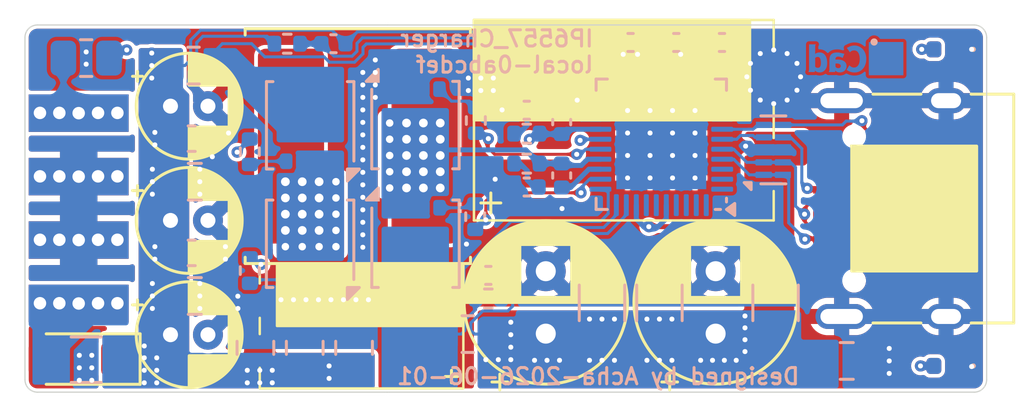
<source format=kicad_pcb>
(kicad_pcb (version 20241229) (generator "pcbnew") (generator_version "9.0")
  (layers (0 "F.Cu" signal) (4 "In1.Cu" signal) (6 "In2.Cu" signal) (2 "B.Cu" signal) (13 "F.Paste" user) (15 "B.Paste" user) (5 "F.SilkS" user "F.Silkscreen") (7 "B.SilkS" user "B.Silkscreen") (1 "F.Mask" user) (3 "B.Mask" user) (25 "Edge.Cuts" user))
  (property "BRANCH" "local")
  (property "SHORT_SHA" "0abcdef")
  (net 0 "")
  (net 1 "GND")
  (net 2 "/CSP2")
  (net 3 "/CSN2")
  (net 4 "/BST2")
  (net 5 "/LX2")
  (net 6 "/LX1")
  (net 7 "/BST1")
  (net 8 "Net-(U2-CSN_{1})")
  (net 9 "Net-(U2-VCCIO)")
  (net 10 "Net-(U2-VCC5V)")
  (net 11 "Net-(C17-Pad1)")
  (net 12 "/CC1_{1}")
  (net 13 "/DP_{1}")
  (net 14 "/DM_{1}")
  (net 15 "/CC2_{1}")
  (net 16 "Net-(Q1-G)")
  (net 17 "/PCIN")
  (net 18 "Net-(Q2-G)")
  (net 19 "Net-(Q3-G)")
  (net 20 "/PCON")
  (net 21 "Net-(Q4-G)")
  (net 22 "/HG2")
  (net 23 "/LG2")
  (net 24 "/HG1")
  (net 25 "/LG1")
  (net 26 "Net-(U2-CSP_{1})")
  (net 43 "/LED")
  (net 44 "Net-(J1-Pin_1)")
  (net 46 "Net-(C16-Pad1)")
  (net 47 "Net-(D2-A)")
  (footprint "Capacitor_THT:CP_Radial_D4.0mm_P1.50mm" (layer "F.Cu") (at 105.825 112.4)
    (property "Reference" "C3" (hide yes))
    (property "Value" "10uF" (hide yes))
  )
  (footprint "IP6557_Charger:L_Changjiang_FEXL0880A" (layer "F.Cu") (at 113.325 104.85)
    (property "Reference" "L1" (hide yes))
    (property "Value" "10uH" (hide yes))
  )
  (footprint "Capacitor_THT:CP_Radial_D4.0mm_P1.50mm" (layer "F.Cu") (at 105.825 107.825)
    (property "Reference" "C2" (hide yes))
    (property "Value" "10uF" (hide yes))
  )
  (footprint "IP6557_Charger:PinHeader_1x04_P2.54mm_Horizontal" (layer "F.Cu") (at 102.15 107.34 180)
    (property "Reference" "J1" (hide yes))
    (property "Value" "Conn_01x04" (hide yes))
  )
  (footprint "Capacitor_THT:CP_Radial_D4.0mm_P1.50mm" (layer "F.Cu") (at 105.825 103.25)
    (property "Reference" "C1" (hide yes))
    (property "Value" "10uF" (hide yes))
  )
  (footprint "IP6557_Charger:CP_Radial_D8.0mm_P3.50mm" (layer "F.Cu") (at 129.975 105.575 90)
    (property "Reference" "C7" (hide yes))
    (property "Value" "470uF" (hide yes))
  )
  (footprint "LED_SMD:LED_0402_1005Metric" (layer "F.Cu") (at 136.875 113.65 180)
    (property "Reference" "D3" (hide yes))
    (property "Value" "BLUE" (hide yes))
  )
  (footprint "Capacitor_THT:CP_Radial_D6.3mm_P2.50mm" (layer "F.Cu") (at 120.85 112.35738 90)
    (property "Reference" "C5" (hide yes))
    (property "Value" "100uF" (hide yes))
  )
  (footprint "IP6557_Charger:CP_Radial_D5.0mm_P2.00mm" (layer "F.Cu") (at 109.4 111.05 -90)
    (property "Reference" "C4" (hide yes))
    (property "Value" "100uF" (hide yes))
  )
  (footprint "Diode_SMD:D_SMF" (layer "F.Cu") (at 102.25 113.375 180)
    (property "Reference" "D1" (hide yes))
    (property "Value" "SMF36A" (hide yes))
  )
  (footprint "Capacitor_THT:CP_Radial_D6.3mm_P2.50mm" (layer "F.Cu") (at 127.65 112.35738 90)
    (property "Reference" "C6" (hide yes))
    (property "Value" "100uF" (hide yes))
  )
  (footprint "Connector_USB:USB_C_Receptacle_XKB_U262-16XN-4BVC11" (layer "F.Cu") (at 135.8 107.35 90)
    (property "Reference" "J2" (hide yes))
    (property "Value" "XKB_U262-16XN" (hide yes))
  )
  (footprint "LED_SMD:LED_0402_1005Metric" (layer "F.Cu") (at 136.875 100.975 180)
    (property "Reference" "D2" (hide yes))
    (property "Value" "BLUE" (hide yes))
  )
  (footprint "Resistor_SMD:R_0402_1005Metric" (layer "B.Cu") (at 120.0875 105.55 180)
    (property "Reference" "R2" (hide yes))
    (property "Value" "2R" (hide yes))
  )
  (footprint "Capacitor_SMD:C_0402_1005Metric" (layer "B.Cu") (at 127.905 100.7)
    (property "Reference" "C10" (hide yes))
    (property "Value" "2.2uF" (hide yes))
  )
  (footprint "Package_SON:VSON-8_3.3x3.3mm_P0.65mm_NexFET" (layer "B.Cu") (at 111.425 108.76 90)
    (property "Reference" "Q4" (hide yes))
    (property "Value" "CSD17581Q3A" (hide yes))
  )
  (footprint "Fuse:Fuse_1206_3216Metric" (layer "B.Cu") (at 102.45 113.4)
    (property "Reference" "F1" (hide yes))
    (property "Value" "12A" (hide yes))
  )
  (footprint "Package_DFN_QFN:Diodes_UDFN-10_1.0x2.5mm_P0.5mm" (layer "B.Cu") (at 129.9625 105)
    (property "Reference" "U1" (hide yes))
    (property "Value" "ESD224DQA" (hide yes))
  )
  (footprint "Capacitor_SMD:C_0805_2012Metric" (layer "B.Cu") (at 113.175 112.925 90)
    (property "Reference" "C19" (hide yes))
    (property "Value" "22uF" (hide yes))
  )
  (footprint "Capacitor_SMD:C_0402_1005Metric" (layer "B.Cu") (at 120.0875 106.4875 180)
    (property "Reference" "C17" (hide yes))
    (property "Value" "3.3nF" (hide yes))
  )
  (footprint "Package_SON:VSON-8_3.3x3.3mm_P0.65mm_NexFET" (layer "B.Cu") (at 111.4275 104.0175 90)
    (property "Reference" "Q3" (hide yes))
    (property "Value" "CSD17581Q3A" (hide yes))
  )
  (footprint "Resistor_SMD:R_0402_1005Metric" (layer "B.Cu") (at 109 109.8325 -90)
    (property "Reference" "R9" (hide yes))
    (property "Value" "2R" (hide yes))
  )
  (footprint "Resistor_SMD:R_0805_2012Metric" (layer "B.Cu") (at 106.75 101.625)
    (property "Reference" "R10" (hide yes))
    (property "Value" "5mR" (hide yes))
  )
  (footprint "Resistor_SMD:R_0805_2012Metric" (layer "B.Cu") (at 117.725 112.375)
    (property "Reference" "R6" (hide yes))
    (property "Value" "5mR" (hide yes))
  )
  (footprint "LED_SMD:LED_0402_1005Metric" (layer "B.Cu") (at 136.875 100.975 180)
    (property "Reference" "D4" (hide yes))
    (property "Value" "BLUE" (hide yes))
  )
  (footprint "Capacitor_SMD:C_0402_1005Metric" (layer "B.Cu") (at 126.075 100.7)
    (property "Reference" "C11" (hide yes))
    (property "Value" "2.2uF" (hide yes))
  )
  (footprint "Capacitor_SMD:C_1206_3216Metric" (layer "B.Cu") (at 125.4 111.125 90)
    (property "Reference" "C12" (hide yes))
    (property "Value" "22uF" (hide yes))
  )
  (footprint "Capacitor_SMD:C_0402_1005Metric" (layer "B.Cu") (at 120.0875 103.4125 180)
    (property "Reference" "C16" (hide yes))
    (property "Value" "3.3nF" (hide yes))
  )
  (footprint "Capacitor_SMD:C_0805_2012Metric" (layer "B.Cu") (at 109.225 112.925 90)
    (property "Reference" "C22" (hide yes))
    (property "Value" "22uF" (hide yes))
  )
  (footprint "Resistor_SMD:R_0402_1005Metric" (layer "B.Cu") (at 118.55 110.95)
    (property "Reference" "R3" (hide yes))
    (property "Value" "10R" (hide yes))
  )
  (footprint "Package_SON:VSON-8_3.3x3.3mm_P0.65mm_NexFET" (layer "B.Cu") (at 115.6225 104.0075 -90)
    (property "Reference" "Q1" (hide yes))
    (property "Value" "CSD17581Q3A" (hide yes))
  )
  (footprint "Capacitor_SMD:C_0402_1005Metric" (layer "B.Cu") (at 118.55 110.025)
    (property "Reference" "C18" (hide yes))
    (property "Value" "1uF" (hide yes))
  )
  (footprint "Capacitor_SMD:C_0805_2012Metric" (layer "B.Cu") (at 132.9 113.45)
    (property "Reference" "C8" (hide yes))
    (property "Value" "1uF" (hide yes))
  )
  (footprint "Capacitor_SMD:C_0402_1005Metric" (layer "B.Cu") (at 121.4875 103.8875 -90)
    (property "Reference" "C13" (hide yes))
    (property "Value" "100nF" (hide yes))
  )
  (footprint "Capacitor_SMD:C_0805_2012Metric" (layer "B.Cu") (at 106.8 106.275)
    (property "Reference" "C24" (hide yes))
    (property "Value" "22uF" (hide yes))
  )
  (footprint "Capacitor_SMD:C_0603_1608Metric" (layer "B.Cu") (at 106.675 109.125)
    (property "Reference" "C25" (hide yes))
    (property "Value" "1uF" (hide yes))
  )
  (footprint "Capacitor_SMD:C_0805_2012Metric" (layer "B.Cu") (at 111.2 112.925 90)
    (property "Reference" "C21" (hide yes))
    (property "Value" "22uF" (hide yes))
  )
  (footprint "LED_SMD:LED_0402_1005Metric" (layer "B.Cu") (at 136.875 113.65 180)
    (property "Reference" "D5" (hide yes))
    (property "Value" "BLUE" (hide yes))
  )
  (footprint "Package_DFN_QFN:VQFN-40-1EP_5x5mm_P0.4mm_EP3.6x3.6mm_ThermalVias" (layer "B.Cu") (at 125.475 104.775 90)
    (property "Reference" "U2" (hide yes))
    (property "Value" "IP6557_C" (hide yes))
  )
  (footprint "Capacitor_SMD:C_0402_1005Metric" (layer "B.Cu") (at 121.4875 106.025 90)
    (property "Reference" "C14" (hide yes))
    (property "Value" "100nF" (hide yes))
  )
  (footprint "Capacitor_SMD:C_1206_3216Metric" (layer "B.Cu") (at 123.1 111.125 90)
    (property "Reference" "C15" (hide yes))
    (property "Value" "22uF" (hide yes))
  )
  (footprint "Resistor_SMD:R_0402_1005Metric" (layer "B.Cu") (at 120.0875 104.35 180)
    (property "Reference" "R1" (hide yes))
    (property "Value" "2R" (hide yes))
  )
  (footprint "Resistor_SMD:R_0402_1005Metric" (layer "B.Cu") (at 109 105.075 -90)
    (property "Reference" "R8" (hide yes))
    (property "Value" "2R" (hide yes))
  )
  (footprint "Resistor_SMD:R_0805_2012Metric" (layer "B.Cu") (at 102.45 101.325)
    (property "Reference" "R11" (hide yes))
    (property "Value" "10K" (hide yes))
  )
  (footprint "Capacitor_SMD:C_1206_3216Metric" (layer "B.Cu") (at 130.05 111.125 90)
    (property "Reference" "C9" (hide yes))
    (property "Value" "22uF" (hide yes))
  )
  (footprint "Resistor_SMD:R_0402_1005Metric" (layer "B.Cu") (at 118.025 107.675 90)
    (property "Reference" "R5" (hide yes))
    (property "Value" "2R" (hide yes))
  )
  (footprint "Resistor_SMD:R_0402_1005Metric" (layer "B.Cu") (at 118.05 103.825 90)
    (property "Reference" "R4" (hide yes))
    (property "Value" "2R" (hide yes))
  )
  (footprint "Capacitor_SMD:C_0402_1005Metric" (layer "B.Cu") (at 112.35 100.75 180)
    (property "Reference" "C20" (hide yes))
    (property "Value" "1uF" (hide yes))
  )
  (footprint "Capacitor_SMD:C_0402_1005Metric" (layer "B.Cu") (at 124.245 100.7 180)
    (property "Reference" "C27" (hide yes))
    (property "Value" "100nF" (hide yes))
  )
  (footprint "Capacitor_SMD:C_0603_1608Metric" (layer "B.Cu") (at 106.675 104.55)
    (property "Reference" "C23" (hide yes))
    (property "Value" "1uF" (hide yes))
  )
  (footprint "Resistor_SMD:R_0402_1005Metric" (layer "B.Cu") (at 110.5 100.75 180)
    (property "Reference" "R7" (hide yes))
    (property "Value" "10R" (hide yes))
  )
  (footprint "Package_SON:VSON-8_3.3x3.3mm_P0.65mm_NexFET" (layer "B.Cu") (at 115.625 108.7575 -90)
    (property "Reference" "Q2" (hide yes))
    (property "Value" "CSD17581Q3A" (hide yes))
  )
  (footprint "Capacitor_SMD:C_0805_2012Metric" (layer "B.Cu") (at 106.8 110.85)
    (property "Reference" "C26" (hide yes))
    (property "Value" "22uF" (hide yes))
  )
  (gr_poly (pts (xy 132.488295 101.101213) (xy 132.462134 101.102887) (xy 132.437284 101.105678) (xy 132.413746 101.109585) (xy 132.39152 101.114608) (xy 132.370605 101.120747) (xy 132.351001 101.128002) (xy 132.332709 101.136374) (xy 132.315729 101.145862) (xy 132.30006 101.156466) (xy 132.285703 101.168186) (xy 132.272657 101.181022) (xy 132.260923 101.194975) (xy 132.2505 101.210044) (xy 132.241389 101.226229) (xy 132.23359 101.24353) (xy 132.230129 101.252376) (xy 132.226892 101.261499) (xy 132.223879 101.270897) (xy 132.221088 101.28057) (xy 132.218521 101.290514) (xy 132.216177 101.300729) (xy 132.214056 101.311212) (xy 132.212158 101.321962) (xy 132.210484 101.332978) (xy 132.209033 101.344256) (xy 132.207805 101.355797) (xy 132.206801 101.367597) (xy 132.206019 101.379655) (xy 132.205461 101.39197) (xy 132.205126 101.404539) (xy 132.205015 101.417361) (xy 132.205015 101.760261) (xy 132.204978 101.783218) (xy 132.204717 101.801933) (xy 132.204433 101.80963) (xy 132.20401 101.816183) (xy 132.203419 101.821564) (xy 132.202633 101.825746) (xy 132.201893 101.829736) (xy 132.201012 101.833671) (xy 132.199988 101.837549) (xy 132.19882 101.841373) (xy 132.197504 101.84514) (xy 132.196041 101.848851) (xy 132.194427 101.852507) (xy 132.192662 101.856107) (xy 132.190743 101.85965) (xy 132.188669 101.863139) (xy 132.186438 101.866571) (xy 132.184049 101.869948) (xy 132.181498 101.873268) (xy 132.178786 101.876533) (xy 132.17591 101.879742) (xy 132.172868 101.882896) (xy 132.172868 101.884086) (xy 132.434806 101.884086) (xy 132.434806 101.824555) (xy 132.444112 101.833429) (xy 132.453725 101.841745) (xy 132.463646 101.849502) (xy 132.473873 101.856702) (xy 132.484407 101.863343) (xy 132.495248 101.869427) (xy 132.506397 101.874952) (xy 132.517852 101.879919) (xy 132.529614 101.884328) (xy 132.541683 101.888179) (xy 132.554059 101.891472) (xy 132.566742 101.894207) (xy 132.579732 101.896383) (xy 132.593029 101.898002) (xy 132.606632 101.899062) (xy 132.620543 101.899564) (xy 132.630533 101.899425) (xy 132.640412 101.899006) (xy 132.650179 101.898309) (xy 132.659834 101.897332) (xy 132.669377 101.896076) (xy 132.678809 101.894541) (xy 132.68813 101.892728) (xy 132.697338 101.890635) (xy 132.706436 101.888263) (xy 132.715421 101.885612) (xy 132.724295 101.882682) (xy 132.733057 101.879473) (xy 132.741708 101.875984) (xy 132.750247 101.872217) (xy 132.758674 101.868171) (xy 132.76699 101.863846) (xy 132.775543 101.858822) (xy 132.783791 101.853572) (xy 132.791736 101.848091) (xy 132.799379 101.842377) (xy 132.806722 101.836426) (xy 132.813766 101.830234) (xy 132.820514 101.823798) (xy 132.826968 101.817114) (xy 132.833128 101.810179) (xy 132.838997 101.802989) (xy 132.844577 101.795541) (xy 132.849869 101.787832) (xy 132.854874 101.779857) (xy 132.859596 101.771614) (xy 132.864035 101.763099) (xy 132.868193 101.754308) (xy 132.870998 101.748002) (xy 132.873609 101.741583) (xy 132.876029 101.735053) (xy 132.878258 101.728412) (xy 132.880299 101.721659) (xy 132.882153 101.714794) (xy 132.883822 101.707818) (xy 132.885308 101.70073) (xy 132.886613 101.69353) (xy 132.887738 101.686219) (xy 132.888686 101.678797) (xy 132.889457 101.671262) (xy 132.890054 101.663616) (xy 132.890478 101.655858) (xy 132.890731 101.647989) (xy 132.890777 101.64358) (xy 132.659834 101.64358) (xy 132.659722 101.648435) (xy 132.659385 101.653179) (xy 132.658821 101.657812) (xy 132.658029 101.662332) (xy 132.657007 101.666741) (xy 132.655753 101.671039) (xy 132.654265 101.675225) (xy 132.652541 101.679299) (xy 132.650581 101.683261) (xy 132.648381 101.687112) (xy 132.645941 101.690852) (xy 132.643258 101.694479) (xy 132.640331 101.697995) (xy 132.637158 101.7014) (xy 132.633738 101.704693) (xy 132.630068 101.707874) (xy 132.62665 101.710469) (xy 132.623097 101.712897) (xy 132.61941 101.715157) (xy 132.615595 101.71725) (xy 132.611654 101.719175) (xy 132.607591 101.720933) (xy 132.603409 101.722524) (xy 132.599112 101.723947) (xy 132.594703 101.725203) (xy 132.590187 101.726291) (xy 132.585566 101.727212) (xy 132.580843 101.727966) (xy 132.576023 101.728552) (xy 132.571109 101.72897) (xy 132.566104 101.729221) (xy 132.561012 101.729305) (xy 132.55158 101.729068) (xy 132.54248 101.728356) (xy 132.533713 101.72717) (xy 132.525274 101.72551) (xy 132.517164 101.723375) (xy 132.50938 101.720766) (xy 132.50192 101.717683) (xy 132.494783 101.714125) (xy 132.487967 101.710092) (xy 132.48147 101.705586) (xy 132.475291 101.700605) (xy 132.469427 101.695149) (xy 132.463877 101.689219) (xy 132.458639 101.682815) (xy 132.453712 101.675936) (xy 132.449093 101.668583) (xy 132.449093 101.547139) (xy 132.455844 101.545909) (xy 132.462692 101.544888) (xy 132.469625 101.544063) (xy 132.476626 101.543419) (xy 132.483684 101.542942) (xy 132.490784 101.542619) (xy 132.497911 101.542435) (xy 132.505052 101.542377) (xy 132.51235 101.542461) (xy 132.51951 101.542712) (xy 132.526533 101.54313) (xy 132.533423 101.543716) (xy 132.54018 101.54447) (xy 132.546806 101.545391) (xy 132.553303 101.546479) (xy 132.559672 101.547735) (xy 132.565917 101.549158) (xy 132.572037 101.550748) (xy 132.578035 101.552506) (xy 132.583913 101.554432) (xy 132.589672 101.556525) (xy 132.595314 101.558785) (xy 132.600842 101.561213) (xy 132.606256 101.563808) (xy 132.612744 101.567255) (xy 132.618813 101.570898) (xy 132.624464 101.574741) (xy 132.629696 101.578784) (xy 132.632155 101.580881) (xy 132.63451 101.583029) (xy 132.63676 101.585228) (xy 132.638905 101.587479) (xy 132.640945 101.589781) (xy 132.642881 101.592134) (xy 132.644713 101.594539) (xy 132.646439 101.596997) (xy 132.648061 101.599507) (xy 132.649579 101.602069) (xy 132.650991 101.604684) (xy 132.652299 101.607352) (xy 132.653503 101.610073) (xy 132.654602 101.612848) (xy 132.655596 101.615676) (xy 132.656485 101.618558) (xy 132.65727 101.621494) (xy 132.65795 101.624485) (xy 132.658526 101.62753) (xy 132.658997 101.63063) (xy 132.659363 101.633784) (xy 132.659624 101.636994) (xy 132.659834 101.64358) (xy 132.890777 101.64358) (xy 132.890815 101.640008) (xy 132.890257 101.622009) (xy 132.888583 101.604622) (xy 132.885792 101.587845) (xy 132.881885 101.571678) (xy 132.876862 101.556117) (xy 132.870723 101.541161) (xy 132.863468 101.526808) (xy 132.855096 101.513058) (xy 132.845608 101.499907) (xy 132.835004 101.487355) (xy 132.823284 101.475399) (xy 132.810448 101.464038) (xy 132.796495 101.453269) (xy 132.781426 101.443092) (xy 132.765241 101.433505) (xy 132.74794 101.424505) (xy 132.737419 101.419734) (xy 132.726395 101.415245) (xy 132.714864 101.411043) (xy 132.702826 101.407129) (xy 132.690279 101.403509) (xy 132.677221 101.400186) (xy 132.66365 101.397162) (xy 132.649565 101.394442) (xy 132.634963 101.392029) (xy 132.619843 101.389926) (xy 132.604204 101.388137) (xy 132.588043 101.386666) (xy 132.571359 101.385515) (xy 132.55415 101.384689) (xy 132.536414 101.384191) (xy 132.518149 101.384024) (xy 132.505629 101.384061) (xy 132.489426 101.384321) (xy 132.479907 101.384605) (xy 132.469427 101.385028) (xy 132.457969 101.385619) (xy 132.445521 101.386405) (xy 132.445926 101.371909) (xy 132.447142 101.358335) (xy 132.449171 101.345685) (xy 132.45049 101.339708) (xy 132.452014 101.333962) (xy 132.453741 101.328448) (xy 132.455673 101.323166) (xy 132.457809 101.318117) (xy 132.46015 101.3133) (xy 132.462696 101.308716) (xy 132.465448 101.304366) (xy 132.468404 101.300248) (xy 132.471566 101.296364) (xy 132.474934 101.292714) (xy 132.478508 101.289297) (xy 132.482288 101.286115) (xy 132.486274 101.283167) (xy 132.490468 101.280454) (xy 132.494868 101.277975) (xy 132.499475 101.275732) (xy 132.50429 101.273724) (xy 132.509312 101.271951) (xy 132.514542 101.270414) (xy 132.519979 101.269112) (xy 132.525625 101.268047) (xy 132.53148 101.267218) (xy 132.537543 101.266626) (xy 132.543815 101.266271) (xy 132.550296 101.266152) (xy 132.561486 101.266361) (xy 132.572734 101.266987) (xy 132.584041 101.268028) (xy 132.59541 101.269482) (xy 132.606841 101.271348) (xy 132.618336 101.273624) (xy 132.629898 101.276307) (xy 132.641528 101.279398) (xy 132.653227 101.282892) (xy 132.664998 101.28679) (xy 132.676843 101.291089) (xy 132.688762 101.295787) (xy 132.700758 101.300883) (xy 132.712833 101.306375) (xy 132.724987 101.312261) (xy 132.737224 101.318539) (xy 132.80628 101.150661) (xy 132.803211 101.150592) (xy 132.799804 101.150385) (xy 132.796059 101.150041) (xy 132.791974 101.149564) (xy 132.782777 101.148213) (xy 132.772199 101.146345) (xy 132.760225 101.143976) (xy 132.746842 101.141118) (xy 132.732036 101.137785) (xy 132.715793 101.133993) (xy 132.620543 101.11018) (xy 132.608325 101.10772) (xy 132.5958 101.105678) (xy 132.582996 101.104027) (xy 132.569941 101.102739) (xy 132.556663 101.101785) (xy 132.54319 101.101139) (xy 132.529549 101.100771) (xy 132.515768 101.100655)) (fill yes) (layer "B.Cu"))
  (gr_poly (pts (xy 131.390628 101.760261) (xy 131.390502 101.771004) (xy 131.390125 101.781355) (xy 131.389497 101.791312) (xy 131.388618 101.800873) (xy 131.387488 101.810036) (xy 131.386107 101.818799) (xy 131.384474 101.827162) (xy 131.382591 101.835122) (xy 131.380456 101.842677) (xy 131.37807 101.849825) (xy 131.375433 101.856566) (xy 131.372545 101.862897) (xy 131.369405 101.868816) (xy 131.366015 101.874322) (xy 131.362373 101.879412) (xy 131.35848 101.884086) (xy 131.621609 101.884086) (xy 131.621609 101.824555) (xy 131.631375 101.833638) (xy 131.641475 101.842135) (xy 131.651906 101.850046) (xy 131.662666 101.857372) (xy 131.673755 101.864111) (xy 131.68517 101.870264) (xy 131.696909 101.875831) (xy 131.70897 101.880812) (xy 131.721353 101.885207) (xy 131.734055 101.889016) (xy 131.747074 101.892239) (xy 131.760409 101.894876) (xy 131.774058 101.896927) (xy 131.788019 101.898392) (xy 131.802291 101.899271) (xy 131.816871 101.899564) (xy 131.831237 101.899327) (xy 131.8449 101.898616) (xy 131.85791 101.89743) (xy 131.870319 101.895769) (xy 131.882177 101.893634) (xy 131.893534 101.891025) (xy 131.904441 101.887942) (xy 131.914949 101.884384) (xy 131.925108 101.880352) (xy 131.934968 101.875845) (xy 131.944581 101.870864) (xy 131.953997 101.865408) (xy 131.963267 101.859478) (xy 131.97244 101.853074) (xy 131.981569 101.846196) (xy 131.990702 101.838842) (xy 131.999256 101.831545) (xy 132.007506 101.823939) (xy 132.015456 101.816022) (xy 132.02311 101.807793) (xy 132.03047 101.79925) (xy 132.037541 101.790392) (xy 132.044326 101.781216) (xy 132.050829 101.771721) (xy 132.057052 101.761905) (xy 132.063 101.751766) (xy 132.068676 101.741303) (xy 132.074083 101.730514) (xy 132.079225 101.719397) (xy 132.084106 101.70795) (xy 132.088728 101.696172) (xy 132.093096 101.684061) (xy 132.095901 101.675312) (xy 132.098512 101.666474) (xy 132.100931 101.657542) (xy 132.103161 101.64851) (xy 132.105201 101.639374) (xy 132.107056 101.630127) (xy 132.108725 101.620766) (xy 132.110211 101.611284) (xy 132.111516 101.601677) (xy 132.112641 101.591939) (xy 132.11436 101.57205) (xy 132.115381 101.551574) (xy 132.115718 101.530471) (xy 132.115543 101.519755) (xy 131.863306 101.519755) (xy 131.86286 101.543321) (xy 131.861522 101.565355) (xy 131.859295 101.585856) (xy 131.856181 101.604829) (xy 131.85218 101.622273) (xy 131.847295 101.638192) (xy 131.841528 101.652586) (xy 131.834879 101.665458) (xy 131.831226 101.671323) (xy 131.827352 101.676808) (xy 131.82326 101.681914) (xy 131.818948 101.68664) (xy 131.814417 101.690987) (xy 131.809668 101.694954) (xy 131.8047 101.698543) (xy 131.799514 101.701753) (xy 131.79411 101.704585) (xy 131.788488 101.707038) (xy 131.782649 101.709113) (xy 131.776592 101.710811) (xy 131.770318 101.712131) (xy 131.763828 101.713073) (xy 131.75712 101.713638) (xy 131.750196 101.713827) (xy 131.736957 101.713659) (xy 131.725263 101.713155) (xy 131.714957 101.712312) (xy 131.705883 101.711129) (xy 131.697883 101.709605) (xy 131.6908 101.707737) (xy 131.684478 101.705523) (xy 131.678759 101.702962) (xy 131.673486 101.700053) (xy 131.668504 101.696793) (xy 131.663653 101.693181) (xy 131.658779 101.689214) (xy 131.648328 101.680213) (xy 131.635896 101.669774) (xy 131.635896 101.668583) (xy 131.635896 101.318539) (xy 131.641742 101.313781) (xy 131.647672 101.309331) (xy 131.653686 101.305187) (xy 131.659783 101.30135) (xy 131.665964 101.29782) (xy 131.672229 101.294597) (xy 131.678577 101.291681) (xy 131.68501 101.289071) (xy 131.691525 101.286769) (xy 131.698125 101.284774) (xy 131.704808 101.283086) (xy 131.711575 101.281704) (xy 131.718426 101.28063) (xy 131.72536 101.279863) (xy 131.732379 101.279402) (xy 131.739481 101.279249) (xy 131.747064 101.279482) (xy 131.75441 101.280184) (xy 131.761518 101.281353) (xy 131.768388 101.28299) (xy 131.77502 101.285096) (xy 131.781414 101.28767) (xy 131.78757 101.290713) (xy 131.793487 101.294225) (xy 131.799164 101.298205) (xy 131.804603 101.302656) (xy 131.809802 101.307576) (xy 131.814762 101.312965) (xy 131.819482 101.318825) (xy 131.823962 101.325155) (xy 131.828201 101.331955) (xy 131.832201 101.339226) (xy 131.835959 101.346968) (xy 131.839477 101.355182) (xy 131.842753 101.363866) (xy 131.845788 101.373022) (xy 131.848582 101.38265) (xy 131.851133 101.39275) (xy 131.853443 101.403322) (xy 131.855511 101.414366) (xy 131.857336 101.425883) (xy 131.858918 101.437873) (xy 131.860258 101.450336) (xy 131.861355 101.463272) (xy 131.862208 101.476682) (xy 131.862818 101.490566) (xy 131.863184 101.504923) (xy 131.863306 101.519755) (xy 132.115543 101.519755) (xy 132.11516 101.496329) (xy 132.113486 101.463554) (xy 132.110695 101.432146) (xy 132.106788 101.402106) (xy 132.101765 101.373434) (xy 132.095626 101.346128) (xy 132.088371 101.32019) (xy 132.079999 101.29562) (xy 132.070511 101.272417) (xy 132.059907 101.250581) (xy 132.048187 101.230112) (xy 132.035351 101.211011) (xy 132.021398 101.193277) (xy 132.006329 101.176911) (xy 131.990144 101.161912) (xy 131.972843 101.14828) (xy 131.96429 101.142434) (xy 131.955595 101.136953) (xy 131.946758 101.131838) (xy 131.937775 101.127091) (xy 131.928647 101.122713) (xy 131.919369 101.118707) (xy 131.909942 101.115075) (xy 131.900364 101.111817) (xy 131.890631 101.108936) (xy 131.880744 101.106434) (xy 131.870699 101.104312) (xy 131.860496 101.102571) (xy 131.850133 101.101215) (xy 131.839607 101.100243) (xy 131.828917 101.099659) (xy 131.818062 101.099464) (xy 131.803746 101.099702) (xy 131.789822 101.100416) (xy 131.776287 101.101607) (xy 131.763144 101.103278) (xy 131.750391 101.105431) (xy 131.738029 101.108066) (xy 131.726058 101.111187) (xy 131.714477 101.114794) (xy 131.703287 101.118889) (xy 131.692488 101.123475) (xy 131.682079 101.128552) (xy 131.672061 101.134123) (xy 131.662434 101.140189) (xy 131.653197 101.146752) (xy 131.644352 101.153814) (xy 131.635896 101.161377) (xy 131.635896 100.894677) (xy 131.635933 100.87172) (xy 131.636194 100.853005) (xy 131.636478 100.845308) (xy 131.636901 100.838755) (xy 131.637492 100.833374) (xy 131.638278 100.829193) (xy 131.639017 100.825411) (xy 131.639896 100.821658) (xy 131.640915 100.817933) (xy 131.642073 100.814235) (xy 131.64337 100.810566) (xy 131.644807 100.806924) (xy 131.646384 100.80331) (xy 131.6481 100.799725) (xy 131.649956 100.796167) (xy 131.651951 100.792637) (xy 131.654086 100.789135) (xy 131.65636 100.78566) (xy 131.658774 100.782214) (xy 131.661327 100.778796) (xy 131.66402 100.775405) (xy 131.664847 100.774424) (xy 131.390628 100.774424)) (fill yes) (layer "B.Cu"))
  (gr_poly (pts (xy 133.189722 100.822328) (xy 133.174274 100.823165) (xy 133.158795 100.82456) (xy 133.143283 100.826514) (xy 133.127736 100.829025) (xy 133.112153 100.832095) (xy 133.096531 100.835722) (xy 133.080868 100.839908) (xy 133.065164 100.844652) (xy 133.049417 100.849954) (xy 133.033624 100.855814) (xy 133.017784 100.862232) (xy 133.001895 100.869209) (xy 132.985956 100.876743) (xy 132.969964 100.884836) (xy 132.953918 100.893486) (xy 132.946049 100.897726) (xy 132.938514 100.901504) (xy 132.931315 100.904809) (xy 132.92784 100.906279) (xy 132.92445 100.907625) (xy 132.921143 100.908846) (xy 132.91792 100.909939) (xy 132.914781 100.910903) (xy 132.911725 100.911736) (xy 132.908753 100.912437) (xy 132.905865 100.913004) (xy 132.903061 100.913434) (xy 132.90034 100.913727) (xy 133.026546 101.095893) (xy 133.034513 101.086377) (xy 133.042789 101.077475) (xy 133.051376 101.069187) (xy 133.060274 101.061513) (xy 133.069487 101.054453) (xy 133.079015 101.048007) (xy 133.088861 101.042175) (xy 133.099025 101.036957) (xy 133.109511 101.032352) (xy 133.120319 101.028362) (xy 133.131452 101.024985) (xy 133.142911 101.022223) (xy 133.154698 101.020074) (xy 133.166814 101.018539) (xy 133.179262 101.017618) (xy 133.192043 101.017311) (xy 133.201981 101.017507) (xy 133.211702 101.018093) (xy 133.221207 101.019069) (xy 133.230496 101.020437) (xy 133.239569 101.022195) (xy 133.248426 101.024343) (xy 133.257066 101.026883) (xy 133.26549 101.029813) (xy 133.273697 101.033134) (xy 133.281689 101.036845) (xy 133.289464 101.040947) (xy 133.297023 101.04544) (xy 133.304365 101.050323) (xy 133.311491 101.055597) (xy 133.318401 101.061262) (xy 133.325095 101.067318) (xy 133.331573 101.073764) (xy 133.337834 101.0806) (xy 133.343879 101.087828) (xy 133.349708 101.095446) (xy 133.35532 101.103455) (xy 133.360716 101.111854) (xy 133.365896 101.120645) (xy 133.37086 101.129825) (xy 133.375607 101.139397) (xy 133.380138 101.149359) (xy 133.388552 101.170455) (xy 133.3961 101.193114) (xy 133.402783 101.217336) (xy 133.406576 101.234026) (xy 133.409909 101.251064) (xy 133.412767 101.268466) (xy 133.415136 101.286244) (xy 133.417003 101.304412) (xy 133.418355 101.322986) (xy 133.419175 101.341978) (xy 133.419452 101.361402) (xy 133.419006 101.388749) (xy 133.417669 101.414982) (xy 133.415442 101.440103) (xy 133.412327 101.464112) (xy 133.408326 101.487012) (xy 133.403442 101.508805) (xy 133.397674 101.529491) (xy 133.391026 101.549074) (xy 133.383499 101.567555) (xy 133.375094 101.584935) (xy 133.365814 101.601216) (xy 133.355661 101.6164) (xy 133.344635 101.630489) (xy 133.332739 101.643485) (xy 133.319974 101.655388) (xy 133.306343 101.666202) (xy 133.299827 101.67075) (xy 133.293232 101.675018) (xy 133.28656 101.679003) (xy 133.279814 101.682703) (xy 133.272999 101.686118) (xy 133.266117 101.689245) (xy 133.259173 101.692082) (xy 133.252169 101.694628) (xy 133.24511 101.696881) (xy 133.237998 101.698839) (xy 133.230838 101.700501) (xy 133.223632 101.701865) (xy 133.216384 101.702928) (xy 133.209098 101.70369) (xy 133.201777 101.704149) (xy 133.194424 101.704302) (xy 133.181127 101.703939) (xy 133.168026 101.702853) (xy 133.15512 101.701045) (xy 133.142409 101.698516) (xy 133.129893 101.695269) (xy 133.117573 101.691305) (xy 133.105448 101.686626) (xy 133.093519 101.681233) (xy 133.081785 101.67513) (xy 133.070246 101.668316) (xy 133.058902 101.660794) (xy 133.047754 101.652565) (xy 133.036801 101.643633) (xy 133.026044 101.633997) (xy 133.015482 101.62366) (xy 133.005115 101.612624) (xy 132.888434 101.803124) (xy 132.889044 101.803047) (xy 132.889759 101.80304) (xy 132.891503 101.803238) (xy 132.893666 101.803718) (xy 132.896247 101.804482) (xy 132.899247 101.805532) (xy 132.902665 101.80687) (xy 132.906502 101.808498) (xy 132.910758 101.810416) (xy 132.915432 101.812628) (xy 132.920525 101.815135) (xy 132.926036 101.817938) (xy 132.931966 101.821039) (xy 132.938314 101.82444) (xy 132.945081 101.828143) (xy 132.952267 101.83215) (xy 132.959871 101.836461) (xy 132.958681 101.837652) (xy 132.972842 101.845228) (xy 132.9872 101.852328) (xy 133.001752 101.85895) (xy 133.0165 101.865092) (xy 133.031444 101.870753) (xy 133.046582 101.875931) (xy 133.061916 101.880624) (xy 133.077445 101.88483) (xy 133.09317 101.888548) (xy 133.10909 101.891776) (xy 133.125205 101.894513) (xy 133.141516 101.896755) (xy 133.158022 101.898502) (xy 133.174723 101.899753) (xy 133.19162 101.900504) (xy 133.208712 101.900755) (xy 133.235822 101.900113) (xy 133.262234 101.89819) (xy 133.287949 101.894986) (xy 133.312966 101.890504) (xy 133.337285 101.884746) (xy 133.360907 101.877712) (xy 133.383831 101.869405) (xy 133.406058 101.859827) (xy 133.427587 101.848979) (xy 133.448418 101.836864) (xy 133.468552 101.823482) (xy 133.487988 101.808835) (xy 133.506726 101.792926) (xy 133.524767 101.775756) (xy 133.54211 101.757326) (xy 133.558756 101.737639) (xy 133.573462 101.718384) (xy 133.587219 101.69857) (xy 133.600027 101.678193) (xy 133.611887 101.657254) (xy 133.622798 101.635749) (xy 133.63276 101.613677) (xy 133.641774 101.591037) (xy 133.649838 101.567826) (xy 133.656954 101.544044) (xy 133.663121 101.519688) (xy 133.668339 101.494756) (xy 133.672609 101.469246) (xy 133.67593 101.443158) (xy 133.678302 101.416489) (xy 133.679725 101.389238) (xy 133.680199 101.361402) (xy 133.679613 101.33012) (xy 133.677857 101.299673) (xy 133.674933 101.27006) (xy 133.670842 101.241279) (xy 133.665585 101.213328) (xy 133.659166 101.186206) (xy 133.651584 101.15991) (xy 133.642843 101.134439) (xy 133.632944 101.109791) (xy 133.621889 101.085965) (xy 133.609679 101.062959) (xy 133.596316 101.04077) (xy 133.581802 101.019398) (xy 133.566139 100.99884) (xy 133.549328 100.979095) (xy 133.531371 100.960161) (xy 133.513986 100.943502) (xy 133.496208 100.927905) (xy 133.478036 100.913372) (xy 133.459468 100.899905) (xy 133.440503 100.887504) (xy 133.421138 100.876173) (xy 133.401372 100.865913) (xy 133.381203 100.856726) (xy 133.36063 100.848613) (xy 133.33965 100.841576) (xy 133.318262 100.835616) (xy 133.296465 100.830737) (xy 133.274255 100.826938) (xy 133.251632 100.824223) (xy 133.228595 100.822593) (xy 133.20514 100.822049)) (fill yes) (layer "B.Cu"))
  (gr_poly (pts (xy 133.987201 100.538867) (xy 133.97997 100.539421) (xy 133.972841 100.540334) (xy 133.965824 100.541596) (xy 133.958927 100.543198) (xy 133.952159 100.545131) (xy 133.94553 100.547386) (xy 133.939049 100.549954) (xy 133.932724 100.552825) (xy 133.926566 100.55599) (xy 133.920583 100.55944) (xy 133.914785 100.563167) (xy 133.90918 100.56716) (xy 133.903778 100.571411) (xy 133.898588 100.575911) (xy 133.893619 100.58065) (xy 133.88888 100.585619) (xy 133.88438 100.590809) (xy 133.880129 100.596211) (xy 133.876136 100.601816) (xy 133.87241 100.607614) (xy 133.868959 100.613597) (xy 133.865794 100.619755) (xy 133.862923 100.626079) (xy 133.860356 100.632561) (xy 133.858101 100.63919) (xy 133.856168 100.645957) (xy 133.854565 100.652854) (xy 133.853303 100.659872) (xy 133.852391 100.667001) (xy 133.851836 100.674231) (xy 133.851649 100.681555) (xy 133.793309 100.681555) (xy 133.792754 100.681569) (xy 133.792207 100.68161) (xy 133.791669 100.681679) (xy 133.791139 100.681774) (xy 133.790619 100.681895) (xy 133.790109 100.682042) (xy 133.78961 100.682214) (xy 133.789123 100.682411) (xy 133.788648 100.682632) (xy 133.788185 100.682878) (xy 133.787737 100.683147) (xy 133.787302 100.683439) (xy 133.786882 100.683753) (xy 133.786478 100.68409) (xy 133.78609 100.684449) (xy 133.785718 100.684829) (xy 133.785365 100.68523) (xy 133.785029 100.685652) (xy 133.784712 100.686093) (xy 133.784414 100.686555) (xy 133.784136 100.687035) (xy 133.783879 100.687534) (xy 133.783644 100.688052) (xy 133.78343 100.688587) (xy 133.783239 100.68914) (xy 133.783072 100.68971) (xy 133.782928 100.690296) (xy 133.782809 100.690899) (xy 133.782716 100.691517) (xy 133.782648 100.69215) (xy 133.782607 100.692799) (xy 133.782593 100.693461) (xy 133.782593 102.000767) (xy 133.782607 102.001325) (xy 133.782648 102.001882) (xy 133.782716 102.002437) (xy 133.782809 102.002988) (xy 133.782928 102.003535) (xy 133.783072 102.004077) (xy 133.783239 102.004612) (xy 133.78343 102.005139) (xy 133.783644 102.005658) (xy 133.783879 102.006167) (xy 133.784136 102.006665) (xy 133.784414 102.007151) (xy 133.784712 102.007624) (xy 133.785029 102.008082) (xy 133.785365 102.008526) (xy 133.785718 102.008953) (xy 133.78609 102.009363) (xy 133.786478 102.009754) (xy 133.786882 102.010125) (xy 133.787302 102.010476) (xy 133.787737 102.010805) (xy 133.788185 102.011111) (xy 133.788648 102.011393) (xy 133.789123 102.01165) (xy 133.78961 102.011881) (xy 133.790109 102.012085) (xy 133.790619 102.01226) (xy 133.791139 102.012406) (xy 133.791669 102.012521) (xy 133.792207 102.012605) (xy 133.792754 102.012656) (xy 133.793309 102.012674) (xy 135.155384 102.012674) (xy 135.155938 102.01266) (xy 135.156485 102.012618) (xy 135.157024 102.01255) (xy 135.157553 102.012455) (xy 135.158073 102.012334) (xy 135.158583 102.012187) (xy 135.159082 102.012015) (xy 135.159569 102.011818) (xy 135.160045 102.011596) (xy 135.160507 102.011351) (xy 135.160956 102.011082) (xy 135.16139 102.01079) (xy 135.16181 102.010475) (xy 135.162214 102.010138) (xy 135.162602 102.00978) (xy 135.162974 102.009399) (xy 135.163328 102.008998) (xy 135.163664 102.008577) (xy 135.163981 102.008135) (xy 135.164278 102.007674) (xy 135.164556 102.007194) (xy 135.164813 102.006694) (xy 135.165049 102.006177) (xy 135.165262 102.005642) (xy 135.165453 102.005089) (xy 135.16562 102.004519) (xy 135.165764 102.003933) (xy 135.165883 102.00333) (xy 135.165977 102.002712) (xy 135.166044 102.002078) (xy 135.166085 102.00143) (xy 135.166099 102.000767) (xy 135.166099 100.692271) (xy 135.166085 100.691713) (xy 135.166044 100.691156) (xy 135.165977 100.690601) (xy 135.165883 100.69005) (xy 135.165764 100.689503) (xy 135.16562 100.688961) (xy 135.165453 100.688426) (xy 135.165262 100.687899) (xy 135.165049 100.68738) (xy 135.164813 100.686871) (xy 135.164556 100.686373) (xy 135.164278 100.685887) (xy 135.163981 100.685414) (xy 135.163664 100.684956) (xy 135.163328 100.684512) (xy 135.162974 100.684085) (xy 135.162602 100.683675) (xy 135.162214 100.683284) (xy 135.16181 100.682913) (xy 135.16139 100.682562) (xy 135.160956 100.682233) (xy 135.160507 100.681927) (xy 135.160045 100.681645) (xy 135.159569 100.681388) (xy 135.159082 100.681157) (xy 135.158583 100.680953) (xy 135.158073 100.680778) (xy 135.157553 100.680632) (xy 135.157024 100.680516) (xy 135.156485 100.680433) (xy 135.155938 100.680382) (xy 135.155384 100.680364) (xy 135.155384 100.681555) (xy 134.137399 100.681555) (xy 134.137212 100.674231) (xy 134.136658 100.667001) (xy 134.135745 100.659872) (xy 134.134483 100.652854) (xy 134.132881 100.645957) (xy 134.130948 100.63919) (xy 134.128693 100.632561) (xy 134.126126 100.626079) (xy 134.123255 100.619755) (xy 134.120089 100.613597) (xy 134.116639 100.607614) (xy 134.112912 100.601816) (xy 134.108919 100.596211) (xy 134.104668 100.590809) (xy 134.100169 100.585619) (xy 134.09543 100.58065) (xy 134.090461 100.575911) (xy 134.085271 100.571411) (xy 134.079868 100.56716) (xy 134.074264 100.563167) (xy 134.068465 100.55944) (xy 134.062482 100.55599) (xy 134.056324 100.552825) (xy 134.05 100.549954) (xy 134.043519 100.547386) (xy 134.03689 100.545131) (xy 134.030122 100.543198) (xy 134.023225 100.541596) (xy 134.016207 100.540334) (xy 134.009079 100.539421) (xy 134.001848 100.538867) (xy 133.994524 100.53868)) (fill yes) (layer "B.Cu"))
  (gr_rect (start 133.1 104.85) (end 138.1 109.85) (stroke (width 0.12)) (fill yes) (layer "F.SilkS"))
  (gr_poly (pts (xy 133.987201 100.538867) (xy 133.97997 100.539421) (xy 133.972841 100.540334) (xy 133.965824 100.541596) (xy 133.958927 100.543198) (xy 133.952159 100.545131) (xy 133.94553 100.547386) (xy 133.939049 100.549954) (xy 133.932724 100.552825) (xy 133.926566 100.55599) (xy 133.920583 100.55944) (xy 133.914785 100.563167) (xy 133.90918 100.56716) (xy 133.903778 100.571411) (xy 133.898588 100.575911) (xy 133.893619 100.58065) (xy 133.88888 100.585619) (xy 133.88438 100.590809) (xy 133.880129 100.596211) (xy 133.876136 100.601816) (xy 133.87241 100.607614) (xy 133.868959 100.613597) (xy 133.865794 100.619755) (xy 133.862923 100.626079) (xy 133.860356 100.632561) (xy 133.858101 100.63919) (xy 133.856168 100.645957) (xy 133.854565 100.652854) (xy 133.853303 100.659872) (xy 133.852391 100.667001) (xy 133.851836 100.674231) (xy 133.851649 100.681555) (xy 133.851836 100.688879) (xy 133.852391 100.696109) (xy 133.853303 100.703238) (xy 133.854565 100.710256) (xy 133.856168 100.717153) (xy 133.858101 100.72392) (xy 133.860356 100.730549) (xy 133.862923 100.737031) (xy 133.865794 100.743355) (xy 133.868959 100.749513) (xy 133.87241 100.755496) (xy 133.876136 100.761294) (xy 133.880129 100.766899) (xy 133.88438 100.772301) (xy 133.88888 100.777491) (xy 133.893619 100.78246) (xy 133.898588 100.787199) (xy 133.903778 100.791699) (xy 133.90918 100.79595) (xy 133.914785 100.799943) (xy 133.920583 100.80367) (xy 133.926566 100.80712) (xy 133.932724 100.810285) (xy 133.939049 100.813156) (xy 133.94553 100.815724) (xy 133.952159 100.817979) (xy 133.958927 100.819912) (xy 133.965824 100.821514) (xy 133.972841 100.822776) (xy 133.97997 100.823689) (xy 133.987201 100.824243) (xy 133.994524 100.82443) (xy 134.001848 100.824243) (xy 134.009079 100.823689) (xy 134.016207 100.822776) (xy 134.023225 100.821514) (xy 134.030122 100.819912) (xy 134.03689 100.817979) (xy 134.043519 100.815724) (xy 134.05 100.813156) (xy 134.056324 100.810285) (xy 134.062482 100.80712) (xy 134.068465 100.80367) (xy 134.074264 100.799943) (xy 134.079868 100.79595) (xy 134.085271 100.791699) (xy 134.090461 100.787199) (xy 134.09543 100.78246) (xy 134.100169 100.777491) (xy 134.104668 100.772301) (xy 134.108919 100.766899) (xy 134.112912 100.761294) (xy 134.116639 100.755496) (xy 134.120089 100.749513) (xy 134.123255 100.743355) (xy 134.126126 100.737031) (xy 134.128693 100.730549) (xy 134.130948 100.72392) (xy 134.132881 100.717153) (xy 134.134483 100.710256) (xy 134.135745 100.703238) (xy 134.136658 100.696109) (xy 134.137212 100.688879) (xy 134.137399 100.681555) (xy 134.137212 100.674231) (xy 134.136658 100.667001) (xy 134.135745 100.659872) (xy 134.134483 100.652854) (xy 134.132881 100.645957) (xy 134.130948 100.63919) (xy 134.128693 100.632561) (xy 134.126126 100.626079) (xy 134.123255 100.619755) (xy 134.120089 100.613597) (xy 134.116639 100.607614) (xy 134.112912 100.601816) (xy 134.108919 100.596211) (xy 134.104668 100.590809) (xy 134.100169 100.585619) (xy 134.09543 100.58065) (xy 134.090461 100.575911) (xy 134.085271 100.571411) (xy 134.079868 100.56716) (xy 134.074264 100.563167) (xy 134.068465 100.55944) (xy 134.062482 100.55599) (xy 134.056324 100.552825) (xy 134.05 100.549954) (xy 134.043519 100.547386) (xy 134.03689 100.545131) (xy 134.030122 100.543198) (xy 134.023225 100.541596) (xy 134.016207 100.540334) (xy 134.009079 100.539421) (xy 134.001848 100.538867) (xy 133.994524 100.53868)) (fill yes) (layer "B.SilkS"))
  (gr_line (start 114.5 114.7) (end 138 114.7) (stroke (width 0.05)) (layer "Edge.Cuts"))
  (gr_arc (start 100.5 114.7) (mid 100.146447 114.553553) (end 100 114.2) (stroke (width 0.05)) (layer "Edge.Cuts"))
  (gr_arc (start 138.5 114.2) (mid 138.353553 114.553553) (end 138 114.7) (stroke (width 0.05)) (layer "Edge.Cuts"))
  (gr_arc (start 100 100.5) (mid 100.146447 100.146447) (end 100.5 100) (stroke (width 0.05)) (layer "Edge.Cuts"))
  (gr_line (start 138.5 114.2) (end 138.5 100.5) (stroke (width 0.05)) (layer "Edge.Cuts"))
  (gr_line (start 100 100.5) (end 100 114.2) (stroke (width 0.05)) (layer "Edge.Cuts"))
  (gr_line (start 100.5 114.7) (end 114.5 114.7) (stroke (width 0.05)) (layer "Edge.Cuts"))
  (gr_line (start 114.5 100) (end 100.5 100) (stroke (width 0.05)) (layer "Edge.Cuts"))
  (gr_line (start 114.5 100) (end 138 100) (stroke (width 0.05)) (layer "Edge.Cuts"))
  (gr_arc (start 138 100) (mid 138.353553 100.146447) (end 138.5 100.5) (stroke (width 0.05)) (layer "Edge.Cuts"))
  (gr_text "Designed by Acha-${CURRENT_DATE}" (at 131.075 114.45 0) (layer "B.SilkS") (effects (font (size 0.65 0.65) (thickness 0.12) (bold yes)) (justify left bottom mirror)))
  (gr_text "IP6557_Charger\n${BRANCH}-${SHORT_SHA}" (at 122.825 101.975 0) (layer "B.SilkS") (effects (font (size 0.65 0.65) (thickness 0.12) (bold yes)) (justify left bottom mirror)))
  (via (at 129.975 103.15) (size 0.45) (drill 0.2) (layers "F.Cu" "B.Cu") (net 1))
  (via (at 128.85 104.85) (size 0.45) (drill 0.2) (layers "F.Cu" "B.Cu") (net 1))
  (via (at 128.9 102.075) (size 0.45) (drill 0.2) (layers "F.Cu" "B.Cu") (net 1))
  (via (at 129.044023 101.5375) (size 0.45) (drill 0.2) (layers "F.Cu" "B.Cu") (net 1))
  (via (at 130.905977 101.5375) (size 0.45) (drill 0.2) (layers "F.Cu" "B.Cu") (net 1))
  (via (at 107 105.775) (size 0.45) (drill 0.2) (layers "F.Cu" "B.Cu") (net 1))
  (via (at 107 110.85) (size 0.45) (drill 0.2) (layers "F.Cu" "B.Cu") (net 1))
  (via (at 102.175 113.225) (size 0.45) (drill 0.2) (layers "F.Cu" "B.Cu") (net 1))
  (via (at 129.4375 101.144023) (size 0.45) (drill 0.2) (layers "F.Cu" "B.Cu") (net 1))
  (via (at 118.824 106.175) (size 0.45) (drill 0.2) (layers "F.Cu" "B.Cu") (net 1))
  (via (at 117.75 102.625) (size 0.45) (drill 0.2) (layers "F.Cu" "B.Cu") (net 1))
  (via (at 107 111.35) (size 0.45) (drill 0.2) (layers "F.Cu" "B.Cu") (net 1))
  (via (at 118.75 102.125) (size 0.45) (drill 0.2) (layers "F.Cu" "B.Cu") (net 1))
  (via (at 107 110.35) (size 0.45) (drill 0.2) (layers "F.Cu" "B.Cu") (net 1))
  (via (at 113.75 111) (size 0.45) (drill 0.2) (layers "F.Cu" "B.Cu") (net 1))
  (via (at 121.5 107.35) (size 0.45) (drill 0.2) (layers "F.Cu" "B.Cu") (net 1))
  (via (at 107.5 105.275) (size 0.45) (drill 0.2) (layers "F.Cu" "B.Cu") (net 1))
  (via (at 102.175 114.225) (size 0.45) (drill 0.2) (layers "F.Cu" "B.Cu") (net 1))
  (via (at 102.675 114.225) (size 0.45) (drill 0.2) (layers "F.Cu" "B.Cu") (net 1))
  (via (at 113.525 108.9) (size 0.45) (drill 0.2) (layers "F.Cu" "B.Cu") (net 1))
  (via (at 118.25 102.625) (size 0.45) (drill 0.2) (layers "F.Cu" "B.Cu") (net 1))
  (via (at 112.75 111) (size 0.45) (drill 0.2) (layers "F.Cu" "B.Cu") (net 1))
  (via (at 111.25 111) (size 0.45) (drill 0.2) (layers "F.Cu" "B.Cu") (net 1))
  (via (at 117.674695 108.773265) (size 0.45) (drill 0.2) (layers "F.Cu" "B.Cu") (net 1))
  (via (at 113.525 108.4) (size 0.45) (drill 0.2) (layers "F.Cu" "B.Cu") (net 1))
  (via (at 113.525 104.9) (size 0.45) (drill 0.2) (layers "F.Cu" "B.Cu") (net 1))
  (via (at 111.75 111) (size 0.45) (drill 0.2) (layers "F.Cu" "B.Cu") (net 1))
  (via (at 118.75 102.625) (size 0.45) (drill 0.2) (layers "F.Cu" "B.Cu") (net 1))
  (via (at 131.05 102.075) (size 0.45) (drill 0.2) (layers "F.Cu" "B.Cu") (net 1))
  (via (at 110.25 111) (size 0.45) (drill 0.2) (layers "F.Cu" "B.Cu") (net 1))
  (via (at 134.6 112.95) (size 0.45) (drill 0.2) (layers "F.Cu" "B.Cu") (net 1))
  (via (at 112.25 111) (size 0.45) (drill 0.2) (layers "F.Cu" "B.Cu") (net 1))
  (via (at 113.525 103.4) (size 0.45) (drill 0.2) (layers "F.Cu" "B.Cu") (net 1))
  (via (at 113.525 103.9) (size 0.45) (drill 0.2) (layers "F.Cu" "B.Cu") (net 1))
  (via (at 129.4375 103.005977) (size 0.45) (drill 0.2) (layers "F.Cu" "B.Cu") (net 1))
  (via (at 114.025 101.4) (size 0.45) (drill 0.2) (layers "F.Cu" "B.Cu") (net 1))
  (via (at 113.525 102.9) (size 0.45) (drill 0.2) (layers "F.Cu" "B.Cu") (net 1))
  (via (at 117.75 102.125) (size 0.45) (drill 0.2) (layers "F.Cu" "B.Cu") (net 1))
  (via (at 130.5125 101.144023) (size 0.45) (drill 0.2) (layers "F.Cu" "B.Cu") (net 1))
  (via (at 102.45 101.08) (size 0.45) (drill 0.2) (layers "F.Cu" "B.Cu") (net 1))
  (via (at 108.025 108.875) (size 0.45) (drill 0.2) (layers "F.Cu" "B.Cu") (net 1))
  (via (at 126.25 101.175) (size 0.45) (drill 0.2) (layers "F.Cu" "B.Cu") (net 1))
  (via (at 113.525 105.4) (size 0.45) (drill 0.2) (layers "F.Cu" "B.Cu") (net 1))
  (via (at 113.525 105.9) (size 0.45) (drill 0.2) (layers "F.Cu" "B.Cu") (net 1))
  (via (at 130.905977 102.6125) (size 0.45) (drill 0.2) (layers "F.Cu" "B.Cu") (net 1))
  (via (at 113.525 102.4) (size 0.45) (drill 0.2) (layers "F.Cu" "B.Cu") (net 1))
  (via (at 108.025 109.375) (size 0.45) (drill 0.2) (layers "F.Cu" "B.Cu") (net 1))
  (via (at 113.525 107.4) (size 0.45) (drill 0.2) (layers "F.Cu" "B.Cu") (net 1))
  (via (at 134.6 113.45) (size 0.45) (drill 0.2) (layers "F.Cu" "B.Cu") (net 1))
  (via (at 102.175 113.725) (size 0.45) (drill 0.2) (layers "F.Cu" "B.Cu") (net 1))
  (via (at 102.675 113.225) (size 0.45) (drill 0.2) (layers "F.Cu" "B.Cu") (net 1))
  (via (at 114.025 101.9) (size 0.45) (drill 0.2) (layers "F.Cu" "B.Cu") (net 1))
  (via (at 119.1 103.4) (size 0.45) (drill 0.2) (layers "F.Cu" "B.Cu") (net 1))
  (via (at 108.15 104.325) (size 0.45) (drill 0.2) (layers "F.Cu" "B.Cu") (net 1))
  (via (at 114.025 102.4) (size 0.45) (drill 0.2) (layers "F.Cu" "B.Cu") (net 1))
  (via (at 113.25 111) (size 0.45) (drill 0.2) (layers "F.Cu" "B.Cu") (net 1))
  (via (at 137.9 113.675) (size 0.45) (drill 0.2) (layers "F.Cu" "B.Cu") (net 1))
  (via (at 130.5125 103.005977) (size 0.45) (drill 0.2) (layers "F.Cu" "B.Cu") (net 1))
  (via (at 108.525 111.35) (size 0.45) (drill 0.2) (layers "F.Cu" "B.Cu") (net 1))
  (via (at 129.044023 102.6125) (size 0.45) (drill 0.2) (layers "F.Cu" "B.Cu") (net 1))
  (via (at 114.025 102.9) (size 0.45) (drill 0.2) (layers "F.Cu" "B.Cu") (net 1))
  (via (at 113.525 106.4) (size 0.45) (drill 0.2) (layers "F.Cu" "B.Cu") (net 1))
  (via (at 113.525 104.4) (size 0.45) (drill 0.2) (layers "F.Cu" "B.Cu") (net 1))
  (via (at 107 106.775) (size 0.45) (drill 0.2) (layers "F.Cu" "B.Cu") (net 1))
  (via (at 113.525 101.9) (size 0.45) (drill 0.2) (layers "F.Cu" "B.Cu") (net 1))
  (via (at 107 106.275) (size 0.45) (drill 0.2) (layers "F.Cu" "B.Cu") (net 1))
  (via (at 137.9 100.975) (size 0.45) (drill 0.2) (layers "F.Cu" "B.Cu") (net 1))
  (via (at 102.675 113.725) (size 0.45) (drill 0.2) (layers "F.Cu" "B.Cu") (net 1))
  (via (at 110.75 111) (size 0.45) (drill 0.2) (layers "F.Cu" "B.Cu") (net 1))
  (via (at 108.521269 110.85847) (size 0.45) (drill 0.2) (layers "F.Cu" "B.Cu") (net 1))
  (via (at 129.975 101) (size 0.45) (drill 0.2) (layers "F.Cu" "B.Cu") (net 1))
  (via (at 134.6 113.95) (size 0.45) (drill 0.2) (layers "F.Cu" "B.Cu") (net 1))
  (via (at 102.45 101.57) (size 0.45) (drill 0.2) (layers "F.Cu" "B.Cu") (net 1))
  (via (at 123.95 101.175) (size 0.45) (drill 0.2) (layers "F.Cu" "B.Cu") (net 1))
  (via (at 113.525 106.9) (size 0.45) (drill 0.2) (layers "F.Cu" "B.Cu") (net 1))
  (via (at 113.525 107.9) (size 0.45) (drill 0.2) (layers "F.Cu" "B.Cu") (net 1))
  (via (at 118.25 102.125) (size 0.45) (drill 0.2) (layers "F.Cu" "B.Cu") (net 1))
  (via (at 112.175 114.15) (size 0.45) (drill 0.2) (layers "F.Cu" "B.Cu") (net 2))
  (via (at 105.075 102.125) (size 0.45) (drill 0.2) (layers "F.Cu" "B.Cu") (net 2))
  (via (at 105.1 106.275) (size 0.45) (drill 0.2) (layers "F.Cu" "B.Cu") (net 2))
  (via (at 105.2 108.875) (size 0.45) (drill 0.2) (layers "F.Cu" "B.Cu") (net 2))
  (via (at 105.1 110.85) (size 0.45) (drill 0.2) (layers "F.Cu" "B.Cu") (net 2))
  (via (at 109.9 113.825) (size 0.45) (drill 0.2) (layers "F.Cu" "B.Cu") (net 2))
  (via (at 109.4 114.325) (size 0.45) (drill 0.2) (layers "F.Cu" "B.Cu") (net 2))
  (via (at 105.275 114.325) (size 0.45) (drill 0.2) (layers "F.Cu" "B.Cu") (net 2))
  (via (at 112.175 113.65) (size 0.45) (drill 0.2) (layers "F.Cu" "B.Cu") (net 2))
  (via (at 104.775 112.85) (size 0.45) (drill 0.2) (layers "F.Cu" "B.Cu") (net 2))
  (via (at 105.2 104.3) (size 0.45) (drill 0.2) (layers "F.Cu" "B.Cu") (net 2))
  (via (at 104.775 113.325) (size 0.45) (drill 0.2) (layers "F.Cu" "B.Cu") (net 2))
  (via (at 105.075 101.125) (size 0.45) (drill 0.2) (layers "F.Cu" "B.Cu") (net 2))
  (via (at 109.9 114.325) (size 0.45) (drill 0.2) (layers "F.Cu" "B.Cu") (net 2))
  (via (at 104.775 114.325) (size 0.45) (drill 0.2) (layers "F.Cu" "B.Cu") (net 2))
  (via (at 105.275 113.325) (size 0.45) (drill 0.2) (layers "F.Cu" "B.Cu") (net 2))
  (via (at 124.525 101.175) (size 0.45) (drill 0.2) (layers "F.Cu" "B.Cu") (net 2))
  (via (at 105.1 110.35) (size 0.45) (drill 0.2) (layers "F.Cu" "B.Cu") (net 2))
  (via (at 105.1 105.775) (size 0.45) (drill 0.2) (layers "F.Cu" "B.Cu") (net 2))
  (via (at 108.9 114.325) (size 0.45) (drill 0.2) (layers "F.Cu" "B.Cu") (net 2))
  (via (at 108.9 113.825) (size 0.45) (drill 0.2) (layers "F.Cu" "B.Cu") (net 2))
  (via (at 105.1 106.775) (size 0.45) (drill 0.2) (layers "F.Cu" "B.Cu") (net 2))
  (via (at 105.1 111.35) (size 0.45) (drill 0.2) (layers "F.Cu" "B.Cu") (net 2))
  (via (at 105.2 104.8) (size 0.45) (drill 0.2) (layers "F.Cu" "B.Cu") (net 2))
  (via (at 109.4 113.825) (size 0.45) (drill 0.2) (layers "F.Cu" "B.Cu") (net 2))
  (via (at 105.075 101.625) (size 0.45) (drill 0.2) (layers "F.Cu" "B.Cu") (net 2))
  (via (at 105.275 113.825) (size 0.45) (drill 0.2) (layers "F.Cu" "B.Cu") (net 2))
  (via (at 105.2 109.375) (size 0.45) (drill 0.2) (layers "F.Cu" "B.Cu") (net 2))
  (via (at 104.775 113.825) (size 0.45) (drill 0.2) (layers "F.Cu" "B.Cu") (net 2))
  (segment (start 124.475 101.225) (end 124.525 101.175) (width 0.2) (layer "B.Cu") (net 2))
  (segment (start 112.291 100.211) (end 112.83 100.75) (width 0.12) (layer "B.Cu") (net 2))
  (segment (start 106.634 100.600175) (end 107.023175 100.211) (width 0.12) (layer "B.Cu") (net 2))
  (segment (start 124.075 102.3375) (end 124.075 101.9) (width 0.12) (layer "B.Cu") (net 2))
  (segment (start 113.305 100.275) (end 112.83 100.75) (width 0.12) (layer "B.Cu") (net 2))
  (segment (start 107.023175 100.211) (end 112.291 100.211) (width 0.12) (layer "B.Cu") (net 2))
  (segment (start 105.8375 101.625) (end 106.4 101.625) (width 0.12) (layer "B.Cu") (net 2))
  (segment (start 122.45 100.275) (end 113.305 100.275) (width 0.12) (layer "B.Cu") (net 2))
  (segment (start 106.4 101.625) (end 106.634 101.391) (width 0.12) (layer "B.Cu") (net 2))
  (segment (start 124.475 102.3375) (end 124.475 101.225) (width 0.2) (layer "B.Cu") (net 2))
  (segment (start 124.525 101.175) (end 124.525 100.9) (width 0.2) (layer "B.Cu") (net 2))
  (segment (start 124.525 100.9) (end 124.725 100.7) (width 0.2) (layer "B.Cu") (net 2))
  (segment (start 106.634 101.391) (end 106.634 100.600175) (width 0.12) (layer "B.Cu") (net 2))
  (segment (start 124.075 101.9) (end 122.45 100.275) (width 0.12) (layer "B.Cu") (net 2))
  (segment (start 122.350174 100.516) (end 123.675 101.840826) (width 0.12) (layer "B.Cu") (net 3))
  (segment (start 113.291 100.734) (end 113.509 100.516) (width 0.12) (layer "B.Cu") (net 3))
  (segment (start 112.37 101.25) (end 113.093964 101.25) (width 0.12) (layer "B.Cu") (net 3))
  (segment (start 113.509 100.516) (end 122.350174 100.516) (width 0.12) (layer "B.Cu") (net 3))
  (segment (start 113.291 101.052964) (end 113.291 100.734) (width 0.12) (layer "B.Cu") (net 3))
  (segment (start 111.01 100.75) (end 111.87 100.75) (width 0.2) (layer "B.Cu") (net 3))
  (segment (start 111.87 100.75) (end 112.37 101.25) (width 0.12) (layer "B.Cu") (net 3))
  (segment (start 123.675 101.840826) (end 123.675 102.3375) (width 0.12) (layer "B.Cu") (net 3))
  (segment (start 113.093964 101.25) (end 113.291 101.052964) (width 0.12) (layer "B.Cu") (net 3))
  (segment (start 121.9075 103.4075) (end 122.275 103.775) (width 0.2) (layer "B.Cu") (net 4))
  (segment (start 121.4875 103.4075) (end 121.9075 103.4075) (width 0.2) (layer "B.Cu") (net 4))
  (segment (start 122.275 103.775) (end 123.0375 103.775) (width 0.2) (layer "B.Cu") (net 4))
  (via (at 111.1 108.875) (size 0.6) (drill 0.3) (layers "F.Cu" "B.Cu") (net 5))
  (via (at 112.45 108.225) (size 0.6) (drill 0.3) (layers "F.Cu" "B.Cu") (net 5))
  (via (at 112.45 106.275) (size 0.6) (drill 0.3) (layers "F.Cu" "B.Cu") (net 5))
  (via (at 111.1 107.575) (size 0.6) (drill 0.35) (layers "F.Cu" "B.Cu") (net 5))
  (via (at 110.425 107.575) (size 0.6) (drill 0.35) (layers "F.Cu" "B.Cu") (net 5))
  (via (at 112.45 108.875) (size 0.6) (drill 0.3) (layers "F.Cu" "B.Cu") (net 5))
  (via (at 111.775 106.275) (size 0.6) (drill 0.35) (layers "F.Cu" "B.Cu") (net 5))
  (via (at 111.1 108.225) (size 0.6) (drill 0.35) (layers "F.Cu" "B.Cu") (net 5))
  (via (at 110.425 108.225) (size 0.6) (drill 0.35) (layers "F.Cu" "B.Cu") (net 5))
  (via (at 110.425 108.875) (size 0.6) (drill 0.3) (layers "F.Cu" "B.Cu") (net 5))
  (via (at 111.775 108.225) (size 0.6) (drill 0.35) (layers "F.Cu" "B.Cu") (net 5))
  (via (at 111.1 106.925) (size 0.6) (drill 0.35) (layers "F.Cu" "B.Cu") (net 5))
  (via (at 112.45 106.925) (size 0.6) (drill 0.3) (layers "F.Cu" "B.Cu") (net 5))
  (via (at 120.195467 104.58032) (size 0.45) (drill 0.2) (layers "F.Cu" "B.Cu") (net 5))
  (via (at 110.425 106.275) (size 0.6) (drill 0.35) (layers "F.Cu" "B.Cu") (net 5))
  (via (at 111.775 106.925) (size 0.6) (drill 0.35) (layers "F.Cu" "B.Cu") (net 5))
  (via (at 111.775 107.575) (size 0.6) (drill 0.35) (layers "F.Cu" "B.Cu") (net 5))
  (via (at 111.1 106.275) (size 0.6) (drill 0.35) (layers "F.Cu" "B.Cu") (net 5))
  (via (at 112.45 107.575) (size 0.6) (drill 0.3) (layers "F.Cu" "B.Cu") (net 5))
  (via (at 110.425 106.925) (size 0.6) (drill 0.35) (layers "F.Cu" "B.Cu") (net 5))
  (via (at 111.775 108.875) (size 0.6) (drill 0.3) (layers "F.Cu" "B.Cu") (net 5))
  (segment (start 121.68 104.175) (end 121.4875 104.3675) (width 0.2) (layer "B.Cu") (net 5))
  (segment (start 123.0375 104.175) (end 121.68 104.175) (width 0.2) (layer "B.Cu") (net 5))
  (segment (start 121.4875 104.3675) (end 120.615 104.3675) (width 0.2) (layer "B.Cu") (net 5))
  (segment (start 120.425787 104.35) (end 120.195467 104.58032) (width 0.2) (layer "B.Cu") (net 5))
  (via (at 114.6 105.875) (size 0.6) (drill 0.3) (layers "F.Cu" "B.Cu") (net 6))
  (via (at 115.275 106.525) (size 0.6) (drill 0.35) (layers "F.Cu" "B.Cu") (net 6))
  (via (at 115.95 105.875) (size 0.6) (drill 0.35) (layers "F.Cu" "B.Cu") (net 6))
  (via (at 116.625 104.575) (size 0.6) (drill 0.35) (layers "F.Cu" "B.Cu") (net 6))
  (via (at 116.625 106.525) (size 0.6) (drill 0.35) (layers "F.Cu" "B.Cu") (net 6))
  (via (at 115.95 103.925) (size 0.6) (drill 0.35) (layers "F.Cu" "B.Cu") (net 6))
  (via (at 115.275 103.925) (size 0.6) (drill 0.35) (layers "F.Cu" "B.Cu") (net 6))
  (via (at 115.95 105.225) (size 0.6) (drill 0.35) (layers "F.Cu" "B.Cu") (net 6))
  (via (at 116.625 105.225) (size 0.6) (drill 0.35) (layers "F.Cu" "B.Cu") (net 6))
  (via (at 115.95 106.525) (size 0.6) (drill 0.35) (layers "F.Cu" "B.Cu") (net 6))
  (via (at 115.275 104.575) (size 0.6) (drill 0.35) (layers "F.Cu" "B.Cu") (net 6))
  (via (at 115.275 105.875) (size 0.6) (drill 0.35) (layers "F.Cu" "B.Cu") (net 6))
  (via (at 115.95 104.575) (size 0.6) (drill 0.35) (layers "F.Cu" "B.Cu") (net 6))
  (via (at 116.625 103.925) (size 0.6) (drill 0.35) (layers "F.Cu" "B.Cu") (net 6))
  (via (at 114.6 105.225) (size 0.6) (drill 0.3) (layers "F.Cu" "B.Cu") (net 6))
  (via (at 114.6 104.575) (size 0.6) (drill 0.3) (layers "F.Cu" "B.Cu") (net 6))
  (via (at 114.6 106.525) (size 0.6) (drill 0.3) (layers "F.Cu" "B.Cu") (net 6))
  (via (at 114.6 103.925) (size 0.6) (drill 0.3) (layers "F.Cu" "B.Cu") (net 6))
  (via (at 115.275 105.225) (size 0.6) (drill 0.35) (layers "F.Cu" "B.Cu") (net 6))
  (via (at 116.625 105.875) (size 0.6) (drill 0.35) (layers "F.Cu" "B.Cu") (net 6))
  (segment (start 122.525 105.375) (end 122.446 105.454) (width 0.2) (layer "B.Cu") (net 6))
  (segment (start 123.0375 105.375) (end 122.525 105.375) (width 0.2) (layer "B.Cu") (net 6))
  (segment (start 122.446 105.454) (end 122.442037 105.454) (width 0.2) (layer "B.Cu") (net 6))
  (segment (start 120.5975 105.55) (end 120.0475 105) (width 0.2) (layer "B.Cu") (net 6))
  (segment (start 121.4875 105.545) (end 120.6025 105.545) (width 0.2) (layer "B.Cu") (net 6))
  (segment (start 120.0475 105) (end 116.875 105) (width 0.2) (layer "B.Cu") (net 6))
  (segment (start 122.442037 105.454) (end 122.271037 105.625) (width 0.2) (layer "B.Cu") (net 6))
  (segment (start 122.271037 105.625) (end 121.5675 105.625) (width 0.2) (layer "B.Cu") (net 6))
  (segment (start 122.575 105.775) (end 123.0375 105.775) (width 0.2) (layer "B.Cu") (net 7))
  (segment (start 121.4875 106.505) (end 121.845 106.505) (width 0.2) (layer "B.Cu") (net 7))
  (segment (start 121.845 106.505) (end 122.575 105.775) (width 0.2) (layer "B.Cu") (net 7))
  (segment (start 124.975 108.075) (end 128.975 108.075) (width 0.2) (layer "F.Cu") (net 8))
  (via (at 128.825 112.6) (size 0.45) (drill 0.2) (layers "F.Cu" "B.Cu") (net 8))
  (via (at 124.9 113.425) (size 0.45) (drill 0.2) (layers "F.Cu" "B.Cu") (net 8))
  (via (at 128.475 113.425) (size 0.45) (drill 0.2) (layers "F.Cu" "B.Cu") (net 8))
  (via (at 121.4 113.425) (size 0.45) (drill 0.2) (layers "F.Cu" "B.Cu") (net 8))
  (via (at 127.05 113.425) (size 0.45) (drill 0.2) (layers "F.Cu" "B.Cu") (net 8))
  (via (at 128.825 112.125) (size 0.45) (drill 0.2) (layers "F.Cu" "B.Cu") (net 8))
  (via (at 125.9 113.425) (size 0.45) (drill 0.2) (layers "F.Cu" "B.Cu") (net 8))
  (via (at 122.6 111.775) (size 0.45) (drill 0.2) (layers "F.Cu" "B.Cu") (net 8))
  (via (at 123.1 113.425) (size 0.45) (drill 0.2) (layers "F.Cu" "B.Cu") (net 8))
  (via (at 118.45 113.4) (size 0.45) (drill 0.2) (layers "F.Cu" "B.Cu") (net 8))
  (via (at 120.4 113.425) (size 0.45) (drill 0.2) (layers "F.Cu" "B.Cu") (net 8))
  (via (at 125.9 111.775) (size 0.45) (drill 0.2) (layers "F.Cu" "B.Cu") (net 8))
  (via (at 128 113.425) (size 0.45) (drill 0.2) (layers "F.Cu" "B.Cu") (net 8))
  (via (at 119.45 113.4) (size 0.45) (drill 0.2) (layers "F.Cu" "B.Cu") (net 8))
  (via (at 125.4 111.775) (size 0.45) (drill 0.2) (layers "F.Cu" "B.Cu") (net 8))
  (via (at 119.45 112.9) (size 0.45) (drill 0.2) (layers "F.Cu" "B.Cu") (net 8))
  (via (at 119.45 111.9) (size 0.45) (drill 0.2) (layers "F.Cu" "B.Cu") (net 8))
  (via (at 124.9 111.775) (size 0.45) (drill 0.2) (layers "F.Cu" "B.Cu") (net 8))
  (via (at 123.6 111.775) (size 0.45) (drill 0.2) (layers "F.Cu" "B.Cu") (net 8))
  (via (at 127.525 113.425) (size 0.45) (drill 0.2) (layers "F.Cu" "B.Cu") (net 8))
  (via (at 119.45 112.4) (size 0.45) (drill 0.2) (layers "F.Cu" "B.Cu") (net 8))
  (via (at 120.9 113.425) (size 0.45) (drill 0.2) (layers "F.Cu" "B.Cu") (net 8))
  (via (at 128.825 113.075) (size 0.45) (drill 0.2) (layers "F.Cu" "B.Cu") (net 8))
  (via (at 125.4 113.425) (size 0.45) (drill 0.2) (layers "F.Cu" "B.Cu") (net 8))
  (via (at 124.975 108.075) (size 0.45) (drill 0.2) (layers "F.Cu" "B.Cu") (net 8))
  (via (at 122.6 113.425) (size 0.45) (drill 0.2) (layers "F.Cu" "B.Cu") (net 8))
  (via (at 118.95 113.4) (size 0.45) (drill 0.2) (layers "F.Cu" "B.Cu") (net 8))
  (via (at 123.6 113.425) (size 0.45) (drill 0.2) (layers "F.Cu" "B.Cu") (net 8))
  (via (at 128.825 111.65) (size 0.45) (drill 0.2) (layers "F.Cu" "B.Cu") (net 8))
  (via (at 123.1 111.775) (size 0.45) (drill 0.2) (layers "F.Cu" "B.Cu") (net 8))
  (segment (start 119.329632 111.451) (end 119.525 111.255632) (width 0.12) (layer "B.Cu") (net 8))
  (segment (start 118.675 109.75) (end 118.675 109.337688) (width 0.12) (layer "B.Cu") (net 8))
  (segment (start 123.325 108.35) (end 124.075 107.6) (width 0.12) (layer "B.Cu") (net 8))
  (segment (start 118.95 110.025) (end 118.675 109.75) (width 0.12) (layer "B.Cu") (net 8))
  (segment (start 124.975 108.075) (end 124.775 108.075) (width 0.2) (layer "B.Cu") (net 8))
  (segment (start 118.324 111.451) (end 119.329632 111.451) (width 0.12) (layer "B.Cu") (net 8))
  (segment (start 124.775 108.075) (end 124.475 107.775) (width 0.2) (layer "B.Cu") (net 8))
  (segment (start 119.662688 108.35) (end 123.325 108.35) (width 0.12) (layer "B.Cu") (net 8))
  (segment (start 117.85 112.225) (end 117.85 111.925) (width 0.12) (layer "B.Cu") (net 8))
  (segment (start 118.6375 112.375) (end 118 112.375) (width 0.12) (layer "B.Cu") (net 8))
  (segment (start 119.525 111.255632) (end 119.525 110.52) (width 0.12) (layer "B.Cu") (net 8))
  (segment (start 118 112.375) (end 117.85 112.225) (width 0.12) (layer "B.Cu") (net 8))
  (segment (start 125.675 107.75) (end 125.675 107.2125) (width 0.2) (layer "B.Cu") (net 8))
  (segment (start 125.35 108.075) (end 125.675 107.75) (width 0.2) (layer "B.Cu") (net 8))
  (segment (start 124.975 108.075) (end 125.35 108.075) (width 0.2) (layer "B.Cu") (net 8))
  (segment (start 124.475 107.775) (end 124.475 107.2125) (width 0.2) (layer "B.Cu") (net 8))
  (segment (start 117.85 111.925) (end 118.324 111.451) (width 0.12) (layer "B.Cu") (net 8))
  (segment (start 118.675 109.337688) (end 119.662688 108.35) (width 0.12) (layer "B.Cu") (net 8))
  (segment (start 119.03 110.025) (end 118.95 110.025) (width 0.12) (layer "B.Cu") (net 8))
  (segment (start 124.075 107.6) (end 124.075 107.2125) (width 0.12) (layer "B.Cu") (net 8))
  (segment (start 119.525 110.52) (end 119.03 110.025) (width 0.12) (layer "B.Cu") (net 8))
  (segment (start 126.475 102.3375) (end 126.475 101.75) (width 0.2) (layer "B.Cu") (net 9))
  (segment (start 126.475 101.75) (end 127.425 100.8) (width 0.2) (layer "B.Cu") (net 9))
  (segment (start 125.275 101.15) (end 125.595 100.83) (width 0.2) (layer "B.Cu") (net 10))
  (segment (start 125.275 102.3375) (end 125.275 101.15) (width 0.2) (layer "B.Cu") (net 10))
  (segment (start 120.1085 105.8335) (end 120.1085 106.2085) (width 0.2) (layer "B.Cu") (net 11))
  (segment (start 119.825 105.55) (end 120.1085 105.8335) (width 0.2) (layer "B.Cu") (net 11))
  (segment (start 119.5775 105.55) (end 119.825 105.55) (width 0.2) (layer "B.Cu") (net 11))
  (segment (start 120.1085 106.2085) (end 120.3875 106.4875) (width 0.2) (layer "B.Cu") (net 11))
  (segment (start 131.225 108.575) (end 131.6 108.575) (width 0.12) (layer "F.Cu") (net 12))
  (segment (start 131.6 108.575) (end 131.625 108.6) (width 0.12) (layer "F.Cu") (net 12))
  (via (at 131.225 108.575) (size 0.45) (drill 0.2) (layers "F.Cu" "B.Cu") (net 12))
  (segment (start 131.225 108.575) (end 130.575 107.925) (width 0.12) (layer "B.Cu") (net 12))
  (segment (start 130.575 107.925) (end 130.575 106.075) (width 0.12) (layer "B.Cu") (net 12))
  (segment (start 130.575 106.075) (end 130.5 106) (width 0.12) (layer "B.Cu") (net 12))
  (segment (start 129 106) (end 129.575 106) (width 0.12) (layer "B.Cu") (net 12))
  (segment (start 129.575 106) (end 130.35 106) (width 0.12) (layer "B.Cu") (net 12))
  (segment (start 128.375 105.375) (end 129 106) (width 0.12) (layer "B.Cu") (net 12))
  (segment (start 127.9125 105.375) (end 128.375 105.375) (width 0.12) (layer "B.Cu") (net 12))
  (segment (start 131.543 106.6) (end 132.13 106.6) (width 0.12) (layer "F.Cu") (net 13))
  (segment (start 131.317087 106.542087) (end 131.4 106.459174) (width 0.12) (layer "F.Cu") (net 13))
  (segment (start 131.4 106.459174) (end 131.402174 106.459174) (width 0.12) (layer "F.Cu") (net 13))
  (segment (start 132.886 107.339) (end 132.625 107.6) (width 0.12) (layer "F.Cu") (net 13))
  (segment (start 132.625 106.6) (end 132.886 106.861) (width 0.12) (layer "F.Cu") (net 13))
  (segment (start 132.886 106.861) (end 132.886 107.339) (width 0.12) (layer "F.Cu") (net 13))
  (segment (start 131.402174 106.459174) (end 131.543 106.6) (width 0.12) (layer "F.Cu") (net 13))
  (via (at 131.317087 106.542087) (size 0.45) (drill 0.2) (layers "F.Cu" "B.Cu") (net 13))
  (segment (start 131.1 106.325) (end 131.1 104.95) (width 0.12) (layer "B.Cu") (net 13))
  (segment (start 131.1 104.95) (end 130.65 104.5) (width 0.12) (layer "B.Cu") (net 13))
  (segment (start 128.49375 104.575) (end 128.643556 104.425194) (width 0.12) (layer "B.Cu") (net 13))
  (segment (start 127.9125 104.575) (end 128.49375 104.575) (width 0.12) (layer "B.Cu") (net 13))
  (segment (start 129.225 104.5) (end 129.575 104.5) (width 0.12) (layer "B.Cu") (net 13))
  (segment (start 129.150194 104.425194) (end 129.225 104.5) (width 0.12) (layer "B.Cu") (net 13))
  (segment (start 131.317087 106.542087) (end 131.1 106.325) (width 0.12) (layer "B.Cu") (net 13))
  (segment (start 129.575 104.5) (end 130.35 104.5) (width 0.12) (layer "B.Cu") (net 13))
  (segment (start 128.643556 104.425194) (end 129.150194 104.425194) (width 0.12) (layer "B.Cu") (net 13))
  (segment (start 130.65 104.5) (end 130.35 104.5) (width 0.12) (layer "B.Cu") (net 13))
  (segment (start 131.45 108.1) (end 132.13 108.1) (width 0.12) (layer "F.Cu") (net 14))
  (segment (start 131.2 107.584998) (end 131.2 107.85) (width 0.12) (layer "F.Cu") (net 14))
  (segment (start 131.2 107.85) (end 131.45 108.1) (width 0.12) (layer "F.Cu") (net 14))
  (segment (start 131.209998 107.575) (end 131.2 107.565002) (width 0.12) (layer "F.Cu") (net 14))
  (segment (start 131.209998 107.575) (end 131.2 107.584998) (width 0.12) (layer "F.Cu") (net 14))
  (segment (start 131.45 107.1) (end 132.13 107.1) (width 0.12) (layer "F.Cu") (net 14))
  (segment (start 131.2 107.565002) (end 131.2 107.35) (width 0.12) (layer "F.Cu") (net 14))
  (segment (start 131.2 107.35) (end 131.45 107.1) (width 0.12) (layer "F.Cu") (net 14))
  (via (at 131.209998 107.575) (size 0.45) (drill 0.2) (layers "F.Cu" "B.Cu") (net 14))
  (segment (start 128.9 105.5) (end 129.575 105.5) (width 0.12) (layer "B.Cu") (net 14))
  (segment (start 131.209998 107.575) (end 131.175 107.575) (width 0.12) (layer "B.Cu") (net 14))
  (segment (start 131.175 107.575) (end 130.85 107.25) (width 0.12) (layer "B.Cu") (net 14))
  (segment (start 127.9125 104.975) (end 128.375 104.975) (width 0.12) (layer "B.Cu") (net 14))
  (segment (start 130.35 105.5) (end 129.575 105.5) (width 0.12) (layer "B.Cu") (net 14))
  (segment (start 130.6495 105.5) (end 130.35 105.5) (width 0.12) (layer "B.Cu") (net 14))
  (segment (start 130.85 107.25) (end 130.85 105.7005) (width 0.12) (layer "B.Cu") (net 14))
  (segment (start 128.375 104.975) (end 128.9 105.5) (width 0.12) (layer "B.Cu") (net 14))
  (segment (start 130.85 105.7005) (end 130.6495 105.5) (width 0.12) (layer "B.Cu") (net 14))
  (segment (start 133.506974 103.833365) (end 133.506974 104.013956) (width 0.12) (layer "F.Cu") (net 15))
  (segment (start 133.411028 104.996) (end 132.807028 105.6) (width 0.12) (layer "F.Cu") (net 15))
  (segment (start 133.506974 104.013956) (end 133.731 104.237982) (width 0.12) (layer "F.Cu") (net 15))
  (segment (start 133.417018 104.996) (end 133.411028 104.996) (width 0.12) (layer "F.Cu") (net 15))
  (segment (start 132.807028 105.6) (end 132.13 105.6) (width 0.12) (layer "F.Cu") (net 15))
  (segment (start 133.731 104.237982) (end 133.731 104.682018) (width 0.12) (layer "F.Cu") (net 15))
  (segment (start 133.731 104.682018) (end 133.417018 104.996) (width 0.12) (layer "F.Cu") (net 15))
  (via (at 133.506974 103.833365) (size 0.45) (drill 0.2) (layers "F.Cu" "B.Cu") (net 15))
  (segment (start 129.575 104) (end 130.35 104) (width 0.12) (layer "B.Cu") (net 15))
  (segment (start 129.325 104) (end 129.15 104.175) (width 0.12) (layer "B.Cu") (net 15))
  (segment (start 132.875 103.85) (end 132.725 104) (width 0.12) (layer "B.Cu") (net 15))
  (segment (start 133.490339 103.85) (end 132.875 103.85) (width 0.12) (layer "B.Cu") (net 15))
  (segment (start 129.15 104.175) (end 127.9125 104.175) (width 0.12) (layer "B.Cu") (net 15))
  (segment (start 133.506974 103.833365) (end 133.490339 103.85) (width 0.12) (layer "B.Cu") (net 15))
  (segment (start 132.725 104) (end 130.35 104) (width 0.12) (layer "B.Cu") (net 15))
  (segment (start 117.075 103.05) (end 117.785 103.05) (width 0.12) (layer "B.Cu") (net 16))
  (segment (start 116.5925 102.5675) (end 117.075 103.05) (width 0.12) (layer "B.Cu") (net 16))
  (segment (start 117.785 103.05) (end 118.05 103.315) (width 0.12) (layer "B.Cu") (net 16))
  (segment (start 109.6 101.275) (end 111.975 101.275) (width 0.12) (layer "B.Cu") (net 17))
  (segment (start 107.6625 101.625) (end 107.075 101.625) (width 0.12) (layer "B.Cu") (net 17))
  (segment (start 109.692 100.452) (end 109.99 100.75) (width 0.12) (layer "B.Cu") (net 17))
  (segment (start 107.6625 100.9875) (end 107.9 100.75) (width 0.12) (layer "B.Cu") (net 17))
  (segment (start 106.875 101.425) (end 106.875 100.7) (width 0.12) (layer "B.Cu") (net 17))
  (segment (start 113.532 100.893) (end 113.668 100.757) (width 0.12) (layer "B.Cu") (net 17))
  (segment (start 106.875 100.7) (end 107.123 100.452) (width 0.12) (layer "B.Cu") (net 17))
  (segment (start 109.075 100.75) (end 109.6 101.275) (width 0.12) (layer "B.Cu") (net 17))
  (segment (start 123.3 101.806652) (end 123.3 102.975) (width 0.12) (layer "B.Cu") (net 17))
  (segment (start 107.075 101.625) (end 106.875 101.425) (width 0.12) (layer "B.Cu") (net 17))
  (segment (start 113.668 100.757) (end 122.250348 100.757) (width 0.12) (layer "B.Cu") (net 17))
  (segment (start 112.191 101.491) (end 113.19379 101.491) (width 0.12) (layer "B.Cu") (net 17))
  (segment (start 107.9 100.75) (end 109.075 100.75) (width 0.12) (layer "B.Cu") (net 17))
  (segment (start 113.532 101.152789) (end 113.532 100.893) (width 0.12) (layer "B.Cu") (net 17))
  (segment (start 107.123 100.452) (end 109.692 100.452) (width 0.12) (layer "B.Cu") (net 17))
  (segment (start 111.975 101.275) (end 112.191 101.491) (width 0.12) (layer "B.Cu") (net 17))
  (segment (start 113.19379 101.491) (end 113.532 101.152789) (width 0.12) (layer "B.Cu") (net 17))
  (segment (start 122.250348 100.757) (end 123.3 101.806652) (width 0.12) (layer "B.Cu") (net 17))
  (segment (start 116.595 107.3175) (end 117.8725 107.3175) (width 0.12) (layer "B.Cu") (net 18))
  (segment (start 110.4575 105.4575) (end 109.1275 105.4575) (width 0.12) (layer "B.Cu") (net 19))
  (segment (start 119.463036 107.868) (end 117.575 109.756036) (width 0.12) (layer "B.Cu") (net 20))
  (segment (start 118.04 111.394174) (end 118.04 110.95) (width 0.12) (layer "B.Cu") (net 20))
  (segment (start 116.8125 112.375) (end 117.4625 112.375) (width 0.12) (layer "B.Cu") (net 20))
  (segment (start 117.609 112.2285) (end 117.609 111.825174) (width 0.12) (layer "B.Cu") (net 20))
  (segment (start 117.609 111.825174) (end 118.04 111.394174) (width 0.12) (layer "B.Cu") (net 20))
  (segment (start 123.032 107.868) (end 119.463036 107.868) (width 0.12) (layer "B.Cu") (net 20))
  (segment (start 117.575 109.756036) (end 117.575 111.35) (width 0.12) (layer "B.Cu") (net 20))
  (segment (start 117.4625 112.375) (end 117.609 112.2285) (width 0.12) (layer "B.Cu") (net 20))
  (segment (start 123.35 106.575) (end 123.35 107.55) (width 0.12) (layer "B.Cu") (net 20))
  (segment (start 117.575 111.35) (end 116.8125 112.1125) (width 0.12) (layer "B.Cu") (net 20))
  (segment (start 123.35 107.55) (end 123.032 107.868) (width 0.12) (layer "B.Cu") (net 20))
  (segment (start 110.455 110.2) (end 109.1425 110.2) (width 0.12) (layer "B.Cu") (net 21))
  (via (at 122.107549 103.01) (size 0.45) (drill 0.2) (layers "F.Cu" "B.Cu") (net 22))
  (via (at 108.492494 105.091287) (size 0.45) (drill 0.2) (layers "F.Cu" "B.Cu") (net 22))
  (segment (start 122.472549 103.375) (end 122.107549 103.01) (width 0.12) (layer "B.Cu") (net 22))
  (segment (start 123.0375 103.375) (end 122.472549 103.375) (width 0.12) (layer "B.Cu") (net 22))
  (segment (start 109 104.583781) (end 108.492494 105.091287) (width 0.12) (layer "B.Cu") (net 22))
  (via (at 109.45 109.586) (size 0.45) (drill 0.2) (layers "F.Cu" "B.Cu") (net 23))
  (via (at 122.225 104.62) (size 0.45) (drill 0.2) (layers "F.Cu" "B.Cu") (net 23))
  (segment (start 122.27 104.575) (end 123.0375 104.575) (width 0.12) (layer "B.Cu") (net 23))
  (segment (start 122.225 104.62) (end 122.27 104.575) (width 0.12) (layer "B.Cu") (net 23))
  (segment (start 109.2635 109.586) (end 109 109.3225) (width 0.12) (layer "B.Cu") (net 23))
  (segment (start 109.45 109.586) (end 109.2635 109.586) (width 0.12) (layer "B.Cu") (net 23))
  (segment (start 118.781587 106.718413) (end 122.260913 106.718413) (width 0.12) (layer "F.Cu") (net 24))
  (segment (start 118.45 107.05) (end 118.781587 106.718413) (width 0.12) (layer "F.Cu") (net 24))
  (segment (start 118.45 107.8) (end 118.45 107.05) (width 0.12) (layer "F.Cu") (net 24))
  (via (at 122.260913 106.718413) (size 0.45) (drill 0.2) (layers "F.Cu" "B.Cu") (net 24))
  (via (at 118.45 107.8) (size 0.45) (drill 0.2) (layers "F.Cu" "B.Cu") (net 24))
  (segment (start 122.6 106.175) (end 122.260913 106.514087) (width 0.12) (layer "B.Cu") (net 24))
  (segment (start 118.41 107.8) (end 118.025 108.185) (width 0.12) (layer "B.Cu") (net 24))
  (segment (start 123.0375 106.175) (end 122.6 106.175) (width 0.12) (layer "B.Cu") (net 24))
  (segment (start 118.45 107.8) (end 118.41 107.8) (width 0.12) (layer "B.Cu") (net 24))
  (segment (start 122.260913 106.514087) (end 122.260913 106.718413) (width 0.12) (layer "B.Cu") (net 24))
  (segment (start 118.803306 105.178306) (end 122.088404 105.178306) (width 0.12) (layer "F.Cu") (net 25))
  (segment (start 118.55 104.925) (end 118.55 104.55) (width 0.12) (layer "F.Cu") (net 25))
  (segment (start 118.55 104.925) (end 118.803306 105.178306) (width 0.12) (layer "F.Cu") (net 25))
  (via (at 122.088404 105.178306) (size 0.45) (drill 0.2) (layers "F.Cu" "B.Cu") (net 25))
  (via (at 118.55 104.55) (size 0.45) (drill 0.2) (layers "F.Cu" "B.Cu") (net 25))
  (segment (start 122.444171 104.975) (end 123.0375 104.975) (width 0.12) (layer "B.Cu") (net 25))
  (segment (start 118.335 104.335) (end 118.55 104.55) (width 0.12) (layer "B.Cu") (net 25))
  (segment (start 118.05 104.335) (end 118.335 104.335) (width 0.12) (layer "B.Cu") (net 25))
  (segment (start 122.088404 105.178306) (end 122.240865 105.178306) (width 0.12) (layer "B.Cu") (net 25))
  (segment (start 122.240865 105.178306) (end 122.444171 104.975) (width 0.12) (layer "B.Cu") (net 25))
  (segment (start 118.425 109.75) (end 118.2 109.975) (width 0.12) (layer "B.Cu") (net 26))
  (segment (start 119.562862 108.109) (end 118.425 109.246862) (width 0.12) (layer "B.Cu") (net 26))
  (segment (start 123.166 108.109) (end 119.562862 108.109) (width 0.12) (layer "B.Cu") (net 26))
  (segment (start 118.425 109.246862) (end 118.425 109.75) (width 0.12) (layer "B.Cu") (net 26))
  (segment (start 123.675 107.6) (end 123.166 108.109) (width 0.12) (layer "B.Cu") (net 26))
  (segment (start 118.995 110.95) (end 118.07 110.025) (width 0.12) (layer "B.Cu") (net 26))
  (segment (start 118.2 109.975) (end 118.2 110.025) (width 0.12) (layer "B.Cu") (net 26))
  (segment (start 123.675 107.2125) (end 123.675 107.6) (width 0.12) (layer "B.Cu") (net 26))
  (segment (start 101.5375 101.325) (end 101.5375 103.3575) (width 0.2) (layer "B.Cu") (net 43))
  (segment (start 120.1 104.025) (end 120.1 103.775) (width 0.2) (layer "B.Cu") (net 46))
  (segment (start 119.5775 104.35) (end 119.775 104.35) (width 0.2) (layer "B.Cu") (net 46))
  (segment (start 120.1 103.775) (end 120.4625 103.4125) (width 0.2) (layer "B.Cu") (net 46))
  (segment (start 119.775 104.35) (end 120.1 104.025) (width 0.2) (layer "B.Cu") (net 46))
  (segment (start 136.39 113.65) (end 135.85 113.65) (width 0.2) (layer "F.Cu") (net 47))
  (segment (start 136.39 100.975) (end 135.9 100.975) (width 0.2) (layer "F.Cu") (net 47))
  (via (at 104.075 101) (size 0.45) (drill 0.2) (layers "F.Cu" "B.Cu") (net 47))
  (via (at 135.85 113.65) (size 0.45) (drill 0.2) (layers "F.Cu" "B.Cu") (net 47))
  (via (at 135.9 100.975) (size 0.45) (drill 0.2) (layers "F.Cu" "B.Cu") (net 47))
  (segment (start 103.625 101) (end 104.075 101) (width 0.2) (layer "B.Cu") (net 47))
  (segment (start 136.39 100.975) (end 135.9 100.975) (width 0.2) (layer "B.Cu") (net 47))
  (segment (start 136.39 113.65) (end 135.85 113.65) (width 0.2) (layer "B.Cu") (net 47))
  (segment (start 103.3625 101.2625) (end 103.625 101) (width 0.2) (layer "B.Cu") (net 47))
  (zone (net 2) (net_name "/CSP2") (layer "F.Cu") (priority 5) (connect_pads yes (clearance 0.15)) (min_thickness 0.2) (fill yes (thermal_gap 0.2) (thermal_bridge_width 0.8) (smoothing fillet) (radius 0.1))
    (polygon (pts (xy 103.1 112.4) (xy 103.1 114.6) (xy 106.425 114.6) (xy 114 114.6) (xy 114 113.125) (xy 110.025 113.125) (xy 110.025 112.425) (xy 108.775 112.425) (xy 108.775 113.15) (xy 106.575 113.15) (xy 106.575 102.775) (xy 106.325 102.525) (xy 106.325 100.925) (xy 104.55 100.925) (xy 104.55 112.4)))
  )
  (zone (net 8) (net_name "Net-(U2-CSN_{1})") (layer "F.Cu") (priority 5) (connect_pads yes (clearance 0.15)) (min_thickness 0.2) (fill yes (thermal_gap 0.2) (thermal_bridge_width 0.8) (smoothing fillet) (radius 0.1))
    (polygon (pts (xy 131.525 104.575) (xy 132.725 104.575) (xy 132.725 105.325) (xy 131.525 105.325) (xy 131.225 105.625) (xy 130.8 105.625) (xy 130.8 109.075) (xy 131.225 109.075) (xy 131.525 109.375) (xy 132.725 109.375) (xy 132.725 110.125) (xy 131.525 110.125) (xy 131.225 110.425) (xy 130.8 110.425) (xy 130.8 114.55) (xy 118.125 114.55) (xy 118.125 111.425) (xy 128.8 111.425) (xy 128.8 104.375) (xy 128.9 104.275) (xy 131.225 104.275)))
  )
  (zone (net 1) (net_name "GND") (layers "F.Cu" "B.Cu" "In1.Cu" "In2.Cu") (priority 1) (connect_pads thru_hole_only (clearance 0.15)) (min_thickness 0.2) (fill yes (thermal_gap 0.25) (thermal_bridge_width 0.6) (smoothing fillet) (radius 0.1))
    (polygon (pts (xy 99 99) (xy 139.5 99) (xy 139.5 115.7) (xy 99 115.7)))
  )
  (zone (net 6) (net_name "/LX1") (layers "F.Cu" "In1.Cu" "In2.Cu") (priority 5) (connect_pads yes (clearance 0.15)) (min_thickness 0.2) (fill yes (thermal_gap 0.2) (thermal_bridge_width 0.8) (smoothing fillet) (radius 0.1))
    (polygon (pts (xy 114.275 103.6) (xy 114.275 106.825) (xy 117.225 106.825) (xy 117.225 103.575) (xy 114.3 103.575)))
  )
  (zone (net 5) (net_name "/LX2") (layers "F.Cu" "In1.Cu" "In2.Cu") (priority 5) (connect_pads yes (clearance 0.15)) (min_thickness 0.2) (fill yes (thermal_gap 0.2) (thermal_bridge_width 0.8) (smoothing fillet) (radius 0.1))
    (polygon (pts (xy 112.775 109.2) (xy 110.075 109.2) (xy 110.075 105.95) (xy 112.775 105.95)))
  )
  (zone (net 20) (net_name "/PCON") (layer "B.Cu") (priority 5) (connect_pads yes (clearance 0.15)) (min_thickness 0.2) (fill yes (thermal_gap 0.2) (thermal_bridge_width 0.8) (smoothing fillet) (radius 0.1))
    (polygon (pts (xy 114.275 108.075) (xy 114.275 114.6) (xy 117.325 114.6) (xy 117.325 110.825) (xy 116.975 110.475) (xy 116.975 108.075)))
  )
  (zone (net 5) (net_name "/LX2") (layer "B.Cu") (priority 5) (connect_pads yes (clearance 0.15)) (min_thickness 0.2) (fill yes (thermal_gap 0.2) (thermal_bridge_width 0.8) (smoothing fillet) (radius 0.1))
    (polygon (pts (xy 110.075 105.925) (xy 110.8 105.925) (xy 110.8 105.025) (xy 110.775 105.025) (xy 112.775 105.025) (xy 112.775 109.45) (xy 110.075 109.45)))
  )
  (zone (net 1) (net_name "GND") (layer "B.Cu") (priority 1) (connect_pads yes (clearance 0.08)) (min_thickness 0.08) (fill yes (thermal_gap 0.5) (thermal_bridge_width 0.5) (smoothing fillet) (radius 0.05))
    (polygon (pts (xy 131.175 100.299954) (xy 135.325 100.299954) (xy 135.325 102.274954) (xy 131.175 102.274954)))
  )
  (zone (net 2) (net_name "/CSP2") (layer "B.Cu") (priority 5) (connect_pads yes (clearance 0.15)) (min_thickness 0.2) (fill yes (thermal_gap 0.2) (thermal_bridge_width 0.8) (smoothing fillet) (radius 0.1))
    (polygon (pts (xy 103.1 112.4) (xy 103.1 114.6) (xy 106.425 114.6) (xy 114 114.6) (xy 114 113.125) (xy 106.575 113.125) (xy 106.575 102.775) (xy 106.325 102.525) (xy 106.325 100.925) (xy 104.55 100.925) (xy 104.55 112.4)))
  )
  (zone (net 17) (net_name "/PCIN") (layer "B.Cu") (priority 5) (connect_pads yes (clearance 0.15)) (min_thickness 0.2) (fill yes (thermal_gap 0.2) (thermal_bridge_width 0.8) (smoothing fillet) (radius 0.1))
    (polygon (pts (xy 107.15 100.925) (xy 108.45 100.925) (xy 109.2 101.675) (xy 112.775 101.675) (xy 112.775 104.7) (xy 110.075 104.7) (xy 110.075 104.25) (xy 108.275 102.45) (xy 107.15 102.45)))
  )
  (zone (net 44) (net_name "Net-(J1-Pin_1)") (layer "B.Cu") (priority 5) (connect_pads yes (clearance 0.15)) (min_thickness 0.2) (fill yes (thermal_gap 0.2) (thermal_bridge_width 0.8) (smoothing fillet) (radius 0.1))
    (polygon (pts (xy 100.15 110.4) (xy 100.15 112.025) (xy 100.3 112.175) (xy 100.3 114.4) (xy 101.8 114.4) (xy 101.8 112.95) (xy 102.725 112.025) (xy 104.15 112.025) (xy 104.15 110.4)))
  )
  (zone (net 6) (net_name "/LX1") (layer "B.Cu") (priority 5) (connect_pads yes (clearance 0.15)) (min_thickness 0.2) (fill yes (thermal_gap 0.2) (thermal_bridge_width 0.8) (smoothing fillet) (radius 0.1))
    (polygon (pts (xy 116.975 106.85) (xy 116.25 106.85) (xy 116.25 107.75) (xy 116.275 107.75) (xy 114.275 107.75) (xy 114.275 103.325) (xy 116.975 103.325)))
  )
  (zone (net 8) (net_name "Net-(U2-CSN_{1})") (layer "B.Cu") (priority 5) (connect_pads yes (clearance 0.15)) (min_thickness 0.2) (fill yes (thermal_gap 0.2) (thermal_bridge_width 0.8) (smoothing fillet) (radius 0.1))
    (polygon (pts (xy 118.125 111.85) (xy 118.3 111.675) (xy 119.65 111.675) (xy 119.65 111.425) (xy 130.95 111.425) (xy 131.075 111.525) (xy 131.075 112.6) (xy 132.575 112.6) (xy 132.575 114.55) (xy 118.125 114.55)))
  )
)
</source>
